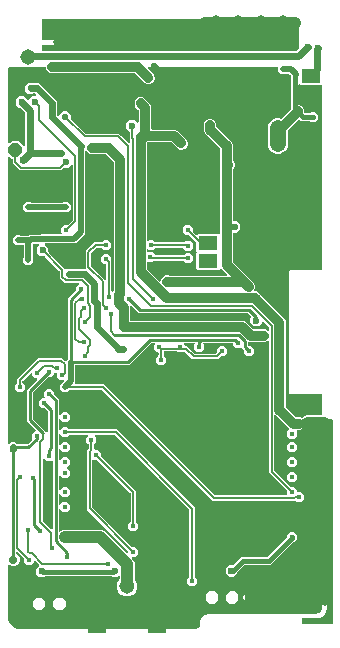
<source format=gbr>
G04 EAGLE Gerber RS-274X export*
G75*
%MOMM*%
%FSLAX34Y34*%
%LPD*%
%INBottom Copper*%
%IPPOS*%
%AMOC8*
5,1,8,0,0,1.08239X$1,22.5*%
G01*
%ADD10P,1.209679X8X112.500000*%
%ADD11R,1.600200X1.168400*%
%ADD12R,1.524000X4.064000*%
%ADD13C,0.900000*%
%ADD14C,1.320800*%
%ADD15R,0.450000X0.450000*%
%ADD16C,0.450000*%
%ADD17C,0.609600*%
%ADD18C,0.508000*%
%ADD19C,0.406400*%
%ADD20C,0.550000*%
%ADD21C,0.500000*%
%ADD22C,1.304800*%
%ADD23C,0.152400*%
%ADD24C,0.812800*%
%ADD25C,0.254000*%
%ADD26C,0.600000*%
%ADD27C,0.700000*%
%ADD28C,0.203200*%
%ADD29C,1.016000*%
%ADD30C,0.200000*%

G36*
X160527Y5028D02*
X160527Y5028D01*
X160560Y5030D01*
X160578Y5037D01*
X160610Y5042D01*
X162477Y5576D01*
X162581Y5625D01*
X162686Y5672D01*
X162693Y5678D01*
X162699Y5681D01*
X162716Y5697D01*
X162815Y5779D01*
X164165Y7175D01*
X164202Y7229D01*
X164247Y7276D01*
X164286Y7350D01*
X164305Y7377D01*
X164310Y7396D01*
X164326Y7425D01*
X164602Y8124D01*
X164614Y8182D01*
X164636Y8237D01*
X164647Y8333D01*
X164654Y8365D01*
X164652Y8380D01*
X164655Y8404D01*
X164655Y11771D01*
X166901Y15662D01*
X170791Y17908D01*
X263334Y17908D01*
X263358Y17913D01*
X263382Y17916D01*
X263421Y17918D01*
X263449Y17925D01*
X263478Y17928D01*
X264548Y18181D01*
X264567Y18189D01*
X264596Y18196D01*
X264598Y18196D01*
X264599Y18196D01*
X264634Y18212D01*
X264672Y18222D01*
X264745Y18263D01*
X264775Y18275D01*
X264790Y18288D01*
X264819Y18304D01*
X266687Y19651D01*
X266743Y19708D01*
X266759Y19720D01*
X266777Y19740D01*
X266800Y19754D01*
X266822Y19785D01*
X266850Y19812D01*
X266856Y19821D01*
X266860Y19826D01*
X266870Y19845D01*
X266936Y19957D01*
X267711Y21682D01*
X267719Y21712D01*
X267734Y21739D01*
X267742Y21782D01*
X267909Y22153D01*
X267909Y22154D01*
X267910Y22156D01*
X267942Y22297D01*
X267967Y23144D01*
X267966Y23149D01*
X267967Y23156D01*
X267967Y23690D01*
X267963Y23707D01*
X267965Y23729D01*
X267892Y24452D01*
X267907Y24483D01*
X267940Y24530D01*
X267946Y24564D01*
X267958Y24587D01*
X267958Y24622D01*
X267967Y24672D01*
X267967Y181991D01*
X267956Y182041D01*
X267954Y182092D01*
X267936Y182124D01*
X267928Y182160D01*
X267895Y182199D01*
X267871Y182244D01*
X267841Y182265D01*
X267818Y182293D01*
X267771Y182314D01*
X267729Y182344D01*
X267687Y182352D01*
X267659Y182364D01*
X267629Y182363D01*
X267587Y182371D01*
X250825Y182371D01*
X250775Y182360D01*
X250724Y182358D01*
X250692Y182340D01*
X250656Y182332D01*
X250617Y182299D01*
X250572Y182275D01*
X250551Y182245D01*
X250523Y182222D01*
X250502Y182175D01*
X250472Y182133D01*
X250464Y182091D01*
X250452Y182063D01*
X250453Y182033D01*
X250445Y181991D01*
X250445Y173757D01*
X249473Y173354D01*
X246864Y173354D01*
X246793Y173343D01*
X246722Y173341D01*
X246673Y173323D01*
X246621Y173315D01*
X246558Y173281D01*
X246491Y173256D01*
X246450Y173224D01*
X246404Y173199D01*
X246355Y173148D01*
X246298Y173103D01*
X246270Y173059D01*
X246234Y173021D01*
X246204Y172956D01*
X246166Y172896D01*
X246153Y172845D01*
X246131Y172798D01*
X246123Y172727D01*
X246105Y172657D01*
X246110Y172605D01*
X246104Y172554D01*
X246119Y172483D01*
X246125Y172412D01*
X246145Y172364D01*
X246156Y172313D01*
X246193Y172252D01*
X246221Y172186D01*
X246266Y172130D01*
X246282Y172102D01*
X246300Y172087D01*
X246326Y172055D01*
X246440Y171941D01*
X246440Y168419D01*
X243950Y165929D01*
X240428Y165929D01*
X237938Y168419D01*
X237938Y171941D01*
X239826Y173828D01*
X239837Y173844D01*
X239853Y173857D01*
X239909Y173944D01*
X239969Y174028D01*
X239975Y174047D01*
X239986Y174064D01*
X240011Y174164D01*
X240042Y174263D01*
X240041Y174283D01*
X240046Y174302D01*
X240038Y174405D01*
X240035Y174509D01*
X240028Y174528D01*
X240027Y174547D01*
X239987Y174642D01*
X239951Y174740D01*
X239938Y174756D01*
X239931Y174774D01*
X239826Y174905D01*
X238956Y175774D01*
X228586Y186144D01*
X228528Y186186D01*
X228476Y186236D01*
X228429Y186258D01*
X228386Y186288D01*
X228318Y186309D01*
X228253Y186339D01*
X228201Y186345D01*
X228151Y186360D01*
X228080Y186359D01*
X228008Y186366D01*
X227957Y186355D01*
X227905Y186354D01*
X227838Y186329D01*
X227768Y186314D01*
X227723Y186287D01*
X227674Y186270D01*
X227618Y186225D01*
X227557Y186188D01*
X227523Y186148D01*
X227482Y186116D01*
X227444Y186056D01*
X227397Y186001D01*
X227377Y185953D01*
X227349Y185909D01*
X227332Y185839D01*
X227305Y185773D01*
X227297Y185702D01*
X227289Y185670D01*
X227291Y185647D01*
X227287Y185606D01*
X227287Y139333D01*
X227301Y139243D01*
X227308Y139152D01*
X227321Y139122D01*
X227326Y139090D01*
X227369Y139010D01*
X227405Y138926D01*
X227430Y138894D01*
X227441Y138873D01*
X227465Y138851D01*
X227510Y138795D01*
X240927Y125378D01*
X241001Y125325D01*
X241070Y125265D01*
X241100Y125253D01*
X241126Y125234D01*
X241213Y125207D01*
X241298Y125173D01*
X241339Y125169D01*
X241361Y125162D01*
X241394Y125163D01*
X241465Y125155D01*
X243950Y125155D01*
X246440Y122665D01*
X246440Y121636D01*
X246443Y121617D01*
X246441Y121597D01*
X246463Y121496D01*
X246479Y121394D01*
X246489Y121376D01*
X246493Y121357D01*
X246546Y121268D01*
X246595Y121176D01*
X246609Y121163D01*
X246619Y121145D01*
X246698Y121078D01*
X246773Y121007D01*
X246791Y120999D01*
X246806Y120986D01*
X246902Y120947D01*
X246996Y120903D01*
X247016Y120901D01*
X247034Y120894D01*
X247201Y120875D01*
X249626Y120875D01*
X252116Y118385D01*
X252116Y114864D01*
X249626Y112374D01*
X246105Y112374D01*
X245350Y113128D01*
X245276Y113181D01*
X245207Y113241D01*
X245177Y113253D01*
X245150Y113272D01*
X245064Y113299D01*
X244979Y113333D01*
X244938Y113337D01*
X244915Y113344D01*
X244883Y113343D01*
X244812Y113351D01*
X175515Y113351D01*
X81826Y207040D01*
X81752Y207093D01*
X81682Y207153D01*
X81652Y207165D01*
X81626Y207184D01*
X81539Y207211D01*
X81454Y207245D01*
X81413Y207249D01*
X81391Y207256D01*
X81359Y207255D01*
X81287Y207263D01*
X53951Y207263D01*
X53861Y207249D01*
X53770Y207241D01*
X53740Y207229D01*
X53708Y207224D01*
X53628Y207181D01*
X53544Y207145D01*
X53512Y207119D01*
X53491Y207108D01*
X53469Y207085D01*
X53413Y207040D01*
X51672Y205299D01*
X48150Y205299D01*
X45660Y207789D01*
X45660Y211311D01*
X48150Y213801D01*
X48457Y213801D01*
X48547Y213815D01*
X48638Y213823D01*
X48668Y213835D01*
X48700Y213840D01*
X48780Y213883D01*
X48864Y213919D01*
X48897Y213945D01*
X48917Y213956D01*
X48939Y213979D01*
X48995Y214024D01*
X49064Y214092D01*
X49105Y214150D01*
X49155Y214202D01*
X49177Y214249D01*
X49207Y214291D01*
X49228Y214360D01*
X49259Y214425D01*
X49264Y214477D01*
X49280Y214527D01*
X49278Y214598D01*
X49286Y214670D01*
X49275Y214720D01*
X49273Y214772D01*
X49249Y214840D01*
X49233Y214910D01*
X49207Y214955D01*
X49189Y215003D01*
X49144Y215059D01*
X49107Y215121D01*
X49068Y215155D01*
X49035Y215195D01*
X48975Y215234D01*
X48920Y215281D01*
X48872Y215300D01*
X48828Y215329D01*
X48759Y215346D01*
X48692Y215373D01*
X48621Y215381D01*
X48590Y215389D01*
X48566Y215387D01*
X48525Y215391D01*
X45923Y215391D01*
X43433Y217881D01*
X43433Y220785D01*
X43430Y220805D01*
X43432Y220824D01*
X43410Y220926D01*
X43394Y221028D01*
X43384Y221045D01*
X43380Y221065D01*
X43327Y221154D01*
X43278Y221245D01*
X43264Y221259D01*
X43254Y221276D01*
X43175Y221343D01*
X43100Y221414D01*
X43082Y221423D01*
X43067Y221436D01*
X42971Y221475D01*
X42877Y221518D01*
X42857Y221520D01*
X42839Y221528D01*
X42672Y221546D01*
X41842Y221546D01*
X41822Y221543D01*
X41803Y221545D01*
X41701Y221523D01*
X41599Y221506D01*
X41582Y221497D01*
X41562Y221493D01*
X41473Y221440D01*
X41382Y221391D01*
X41368Y221377D01*
X41351Y221367D01*
X41284Y221288D01*
X41212Y221213D01*
X41204Y221195D01*
X41191Y221180D01*
X41152Y221084D01*
X41109Y220990D01*
X41107Y220970D01*
X41099Y220952D01*
X41081Y220785D01*
X41081Y220699D01*
X38591Y218209D01*
X36238Y218209D01*
X36148Y218194D01*
X36057Y218187D01*
X36027Y218174D01*
X35995Y218169D01*
X35914Y218126D01*
X35830Y218091D01*
X35798Y218065D01*
X35778Y218054D01*
X35755Y218031D01*
X35699Y217986D01*
X23211Y205497D01*
X23158Y205423D01*
X23098Y205354D01*
X23086Y205324D01*
X23067Y205297D01*
X23040Y205210D01*
X23006Y205126D01*
X23002Y205085D01*
X22995Y205062D01*
X22996Y205030D01*
X22988Y204959D01*
X22988Y183427D01*
X23002Y183337D01*
X23010Y183246D01*
X23022Y183216D01*
X23027Y183184D01*
X23070Y183103D01*
X23106Y183019D01*
X23132Y182987D01*
X23143Y182967D01*
X23166Y182944D01*
X23211Y182888D01*
X34319Y171780D01*
X34377Y171739D01*
X34429Y171689D01*
X34476Y171667D01*
X34518Y171637D01*
X34587Y171616D01*
X34652Y171586D01*
X34704Y171580D01*
X34754Y171564D01*
X34825Y171566D01*
X34896Y171558D01*
X34947Y171570D01*
X34999Y171571D01*
X35067Y171595D01*
X35137Y171611D01*
X35182Y171637D01*
X35230Y171655D01*
X35286Y171700D01*
X35348Y171737D01*
X35382Y171776D01*
X35422Y171809D01*
X35461Y171869D01*
X35508Y171924D01*
X35527Y171972D01*
X35555Y172016D01*
X35573Y172085D01*
X35600Y172152D01*
X35608Y172223D01*
X35616Y172254D01*
X35614Y172278D01*
X35618Y172319D01*
X35618Y188498D01*
X35617Y188508D01*
X35617Y188514D01*
X35611Y188542D01*
X35604Y188588D01*
X35596Y188679D01*
X35584Y188709D01*
X35579Y188741D01*
X35536Y188821D01*
X35500Y188905D01*
X35474Y188937D01*
X35463Y188958D01*
X35440Y188980D01*
X35395Y189036D01*
X32885Y191547D01*
X32811Y191600D01*
X32741Y191659D01*
X32711Y191672D01*
X32685Y191690D01*
X32598Y191717D01*
X32513Y191751D01*
X32472Y191756D01*
X32450Y191763D01*
X32418Y191762D01*
X32346Y191770D01*
X30302Y191770D01*
X27812Y194260D01*
X27812Y197781D01*
X30302Y200271D01*
X32470Y200271D01*
X32540Y200283D01*
X32612Y200285D01*
X32661Y200303D01*
X32712Y200311D01*
X32776Y200344D01*
X32843Y200369D01*
X32884Y200402D01*
X32930Y200426D01*
X32979Y200478D01*
X33035Y200523D01*
X33063Y200567D01*
X33099Y200604D01*
X33129Y200669D01*
X33168Y200730D01*
X33181Y200780D01*
X33203Y200827D01*
X33211Y200899D01*
X33228Y200968D01*
X33224Y201020D01*
X33230Y201072D01*
X33214Y201142D01*
X33209Y201214D01*
X33189Y201261D01*
X33177Y201312D01*
X33141Y201374D01*
X33113Y201440D01*
X33068Y201496D01*
X33051Y201523D01*
X33034Y201539D01*
X33008Y201571D01*
X32631Y201948D01*
X32631Y205469D01*
X35121Y207959D01*
X38642Y207959D01*
X41132Y205469D01*
X41132Y203366D01*
X41147Y203276D01*
X41154Y203185D01*
X41167Y203155D01*
X41172Y203123D01*
X41215Y203043D01*
X41250Y202959D01*
X41276Y202927D01*
X41287Y202906D01*
X41310Y202884D01*
X41355Y202828D01*
X44646Y199537D01*
X44646Y186734D01*
X44657Y186663D01*
X44659Y186592D01*
X44677Y186543D01*
X44685Y186491D01*
X44719Y186428D01*
X44744Y186361D01*
X44776Y186320D01*
X44801Y186274D01*
X44853Y186225D01*
X44897Y186169D01*
X44941Y186140D01*
X44979Y186104D01*
X45044Y186074D01*
X45104Y186036D01*
X45155Y186023D01*
X45202Y186001D01*
X45273Y185993D01*
X45343Y185975D01*
X45395Y185980D01*
X45446Y185974D01*
X45517Y185989D01*
X45588Y185995D01*
X45636Y186015D01*
X45687Y186026D01*
X45748Y186063D01*
X45814Y186091D01*
X45870Y186136D01*
X45898Y186152D01*
X45913Y186170D01*
X45945Y186196D01*
X48150Y188401D01*
X51672Y188401D01*
X54162Y185911D01*
X54162Y182389D01*
X51672Y179899D01*
X48150Y179899D01*
X45945Y182104D01*
X45887Y182146D01*
X45835Y182196D01*
X45788Y182217D01*
X45746Y182248D01*
X45677Y182269D01*
X45612Y182299D01*
X45560Y182305D01*
X45510Y182320D01*
X45439Y182318D01*
X45368Y182326D01*
X45317Y182315D01*
X45265Y182314D01*
X45197Y182289D01*
X45127Y182274D01*
X45082Y182247D01*
X45034Y182229D01*
X44978Y182185D01*
X44916Y182148D01*
X44882Y182108D01*
X44842Y182076D01*
X44803Y182015D01*
X44756Y181961D01*
X44737Y181913D01*
X44709Y181869D01*
X44691Y181799D01*
X44664Y181733D01*
X44656Y181661D01*
X44648Y181630D01*
X44650Y181607D01*
X44646Y181566D01*
X44646Y174034D01*
X44657Y173963D01*
X44659Y173892D01*
X44677Y173843D01*
X44685Y173791D01*
X44719Y173728D01*
X44744Y173661D01*
X44776Y173620D01*
X44801Y173574D01*
X44853Y173525D01*
X44897Y173469D01*
X44941Y173440D01*
X44979Y173404D01*
X45044Y173374D01*
X45104Y173336D01*
X45155Y173323D01*
X45202Y173301D01*
X45273Y173293D01*
X45343Y173275D01*
X45395Y173280D01*
X45446Y173274D01*
X45517Y173289D01*
X45588Y173295D01*
X45636Y173315D01*
X45687Y173326D01*
X45748Y173363D01*
X45814Y173391D01*
X45870Y173436D01*
X45898Y173452D01*
X45913Y173470D01*
X45945Y173496D01*
X48150Y175701D01*
X51672Y175701D01*
X53429Y173944D01*
X53503Y173891D01*
X53572Y173831D01*
X53602Y173819D01*
X53629Y173800D01*
X53715Y173773D01*
X53800Y173739D01*
X53841Y173735D01*
X53864Y173728D01*
X53896Y173729D01*
X53967Y173721D01*
X94032Y173721D01*
X160005Y107748D01*
X160005Y49336D01*
X160019Y49246D01*
X160027Y49155D01*
X160039Y49125D01*
X160044Y49093D01*
X160087Y49013D01*
X160123Y48929D01*
X160149Y48897D01*
X160160Y48876D01*
X160183Y48854D01*
X160228Y48798D01*
X161985Y47041D01*
X161985Y43519D01*
X159495Y41029D01*
X155973Y41029D01*
X153483Y43519D01*
X153483Y47041D01*
X155240Y48798D01*
X155293Y48872D01*
X155353Y48941D01*
X155365Y48971D01*
X155384Y48998D01*
X155411Y49084D01*
X155445Y49169D01*
X155449Y49210D01*
X155456Y49233D01*
X155455Y49265D01*
X155463Y49336D01*
X155463Y105551D01*
X155449Y105641D01*
X155441Y105732D01*
X155429Y105762D01*
X155424Y105794D01*
X155381Y105875D01*
X155345Y105958D01*
X155319Y105991D01*
X155308Y106011D01*
X155285Y106033D01*
X155240Y106089D01*
X92373Y168956D01*
X92299Y169009D01*
X92230Y169069D01*
X92200Y169081D01*
X92174Y169100D01*
X92087Y169127D01*
X92002Y169161D01*
X91961Y169165D01*
X91939Y169172D01*
X91906Y169171D01*
X91835Y169179D01*
X76269Y169179D01*
X76198Y169168D01*
X76127Y169166D01*
X76078Y169148D01*
X76026Y169140D01*
X75963Y169106D01*
X75896Y169081D01*
X75855Y169049D01*
X75809Y169024D01*
X75760Y168972D01*
X75704Y168928D01*
X75675Y168884D01*
X75639Y168846D01*
X75609Y168781D01*
X75571Y168721D01*
X75558Y168670D01*
X75536Y168623D01*
X75528Y168552D01*
X75510Y168482D01*
X75515Y168430D01*
X75509Y168379D01*
X75524Y168308D01*
X75530Y168237D01*
X75550Y168189D01*
X75561Y168138D01*
X75598Y168077D01*
X75626Y168011D01*
X75671Y167955D01*
X75687Y167927D01*
X75705Y167912D01*
X75731Y167880D01*
X76750Y166861D01*
X76750Y163339D01*
X74993Y161582D01*
X74947Y161519D01*
X74927Y161497D01*
X74923Y161488D01*
X74880Y161439D01*
X74868Y161409D01*
X74849Y161382D01*
X74822Y161296D01*
X74788Y161211D01*
X74784Y161170D01*
X74777Y161147D01*
X74778Y161115D01*
X74770Y161044D01*
X74770Y157412D01*
X74773Y157392D01*
X74771Y157373D01*
X74793Y157271D01*
X74809Y157169D01*
X74819Y157152D01*
X74823Y157132D01*
X74876Y157043D01*
X74925Y156952D01*
X74939Y156938D01*
X74949Y156921D01*
X75028Y156854D01*
X75103Y156782D01*
X75121Y156774D01*
X75136Y156761D01*
X75232Y156722D01*
X75326Y156679D01*
X75346Y156677D01*
X75364Y156669D01*
X75531Y156651D01*
X77961Y156651D01*
X80451Y154161D01*
X80451Y151676D01*
X80465Y151586D01*
X80473Y151495D01*
X80485Y151465D01*
X80490Y151433D01*
X80533Y151352D01*
X80569Y151269D01*
X80595Y151236D01*
X80606Y151216D01*
X80629Y151194D01*
X80674Y151138D01*
X110221Y121591D01*
X110221Y95936D01*
X110235Y95846D01*
X110243Y95755D01*
X110255Y95725D01*
X110260Y95693D01*
X110303Y95613D01*
X110339Y95529D01*
X110365Y95497D01*
X110376Y95476D01*
X110399Y95454D01*
X110444Y95398D01*
X112201Y93641D01*
X112201Y90119D01*
X109711Y87629D01*
X106189Y87629D01*
X103699Y90119D01*
X103699Y93641D01*
X105456Y95398D01*
X105509Y95472D01*
X105569Y95541D01*
X105581Y95571D01*
X105600Y95598D01*
X105627Y95684D01*
X105661Y95769D01*
X105665Y95810D01*
X105672Y95833D01*
X105671Y95865D01*
X105679Y95936D01*
X105679Y119394D01*
X105665Y119484D01*
X105657Y119575D01*
X105645Y119605D01*
X105640Y119637D01*
X105597Y119718D01*
X105561Y119801D01*
X105535Y119834D01*
X105524Y119854D01*
X105501Y119876D01*
X105456Y119932D01*
X77462Y147926D01*
X77388Y147979D01*
X77319Y148039D01*
X77289Y148051D01*
X77263Y148070D01*
X77176Y148097D01*
X77091Y148131D01*
X77050Y148135D01*
X77028Y148142D01*
X76995Y148141D01*
X76924Y148149D01*
X74421Y148149D01*
X74410Y148160D01*
X74363Y148181D01*
X74321Y148212D01*
X74252Y148233D01*
X74187Y148263D01*
X74135Y148269D01*
X74086Y148284D01*
X74014Y148282D01*
X73943Y148290D01*
X73892Y148279D01*
X73840Y148278D01*
X73772Y148253D01*
X73702Y148238D01*
X73657Y148211D01*
X73609Y148193D01*
X73553Y148149D01*
X73491Y148112D01*
X73457Y148072D01*
X73417Y148040D01*
X73378Y147979D01*
X73331Y147925D01*
X73312Y147877D01*
X73284Y147833D01*
X73266Y147763D01*
X73239Y147697D01*
X73231Y147626D01*
X73223Y147594D01*
X73225Y147571D01*
X73221Y147530D01*
X73221Y108106D01*
X73235Y108016D01*
X73243Y107925D01*
X73255Y107895D01*
X73260Y107863D01*
X73303Y107782D01*
X73339Y107699D01*
X73365Y107666D01*
X73376Y107646D01*
X73399Y107624D01*
X73444Y107568D01*
X106688Y74324D01*
X106762Y74271D01*
X106831Y74211D01*
X106861Y74199D01*
X106887Y74180D01*
X106974Y74153D01*
X107059Y74119D01*
X107100Y74115D01*
X107122Y74108D01*
X107155Y74109D01*
X107226Y74101D01*
X109711Y74101D01*
X112201Y71611D01*
X112201Y68089D01*
X109711Y65599D01*
X107780Y65599D01*
X107709Y65588D01*
X107637Y65586D01*
X107588Y65568D01*
X107537Y65560D01*
X107474Y65526D01*
X107406Y65501D01*
X107366Y65469D01*
X107320Y65444D01*
X107270Y65392D01*
X107214Y65348D01*
X107186Y65304D01*
X107150Y65266D01*
X107120Y65201D01*
X107081Y65141D01*
X107069Y65090D01*
X107047Y65043D01*
X107039Y64972D01*
X107021Y64902D01*
X107025Y64850D01*
X107020Y64799D01*
X107035Y64728D01*
X107040Y64657D01*
X107061Y64609D01*
X107072Y64558D01*
X107109Y64497D01*
X107137Y64431D01*
X107182Y64375D01*
X107198Y64347D01*
X107216Y64332D01*
X107242Y64300D01*
X108000Y63541D01*
X108967Y61207D01*
X108967Y46914D01*
X108981Y46824D01*
X108989Y46733D01*
X109001Y46704D01*
X109006Y46672D01*
X109049Y46591D01*
X109085Y46507D01*
X109111Y46475D01*
X109122Y46454D01*
X109145Y46432D01*
X109190Y46376D01*
X109843Y45723D01*
X111141Y42590D01*
X111141Y39198D01*
X109843Y36065D01*
X107445Y33667D01*
X104312Y32369D01*
X100920Y32369D01*
X97787Y33667D01*
X95389Y36065D01*
X94091Y39198D01*
X94091Y42590D01*
X95389Y45723D01*
X96042Y46376D01*
X96089Y46441D01*
X96101Y46454D01*
X96103Y46459D01*
X96155Y46520D01*
X96167Y46550D01*
X96186Y46576D01*
X96213Y46663D01*
X96247Y46748D01*
X96251Y46789D01*
X96258Y46811D01*
X96257Y46843D01*
X96265Y46914D01*
X96265Y49255D01*
X96254Y49326D01*
X96252Y49398D01*
X96234Y49447D01*
X96226Y49498D01*
X96192Y49561D01*
X96167Y49629D01*
X96135Y49669D01*
X96110Y49715D01*
X96058Y49765D01*
X96014Y49821D01*
X95970Y49849D01*
X95932Y49885D01*
X95867Y49915D01*
X95807Y49954D01*
X95756Y49967D01*
X95709Y49988D01*
X95638Y49996D01*
X95568Y50014D01*
X95516Y50010D01*
X95465Y50016D01*
X95394Y50000D01*
X95323Y49995D01*
X95275Y49974D01*
X95224Y49963D01*
X95163Y49927D01*
X95097Y49898D01*
X95041Y49854D01*
X95013Y49837D01*
X94998Y49819D01*
X94966Y49794D01*
X94146Y48974D01*
X90004Y48974D01*
X89799Y49179D01*
X89725Y49232D01*
X89655Y49292D01*
X89625Y49304D01*
X89599Y49323D01*
X89512Y49350D01*
X89427Y49384D01*
X89386Y49388D01*
X89364Y49395D01*
X89332Y49394D01*
X89260Y49402D01*
X33469Y49402D01*
X33379Y49388D01*
X33288Y49380D01*
X33258Y49368D01*
X33226Y49363D01*
X33145Y49320D01*
X33061Y49284D01*
X33029Y49258D01*
X33009Y49247D01*
X32986Y49224D01*
X32930Y49179D01*
X32471Y48720D01*
X28329Y48720D01*
X25399Y51650D01*
X25399Y55792D01*
X27947Y58340D01*
X27958Y58356D01*
X27974Y58369D01*
X28030Y58456D01*
X28090Y58540D01*
X28096Y58559D01*
X28107Y58575D01*
X28132Y58676D01*
X28163Y58775D01*
X28162Y58795D01*
X28167Y58814D01*
X28159Y58917D01*
X28156Y59021D01*
X28149Y59039D01*
X28148Y59059D01*
X28108Y59154D01*
X28072Y59252D01*
X28059Y59267D01*
X28052Y59286D01*
X27947Y59417D01*
X25200Y62163D01*
X25142Y62205D01*
X25090Y62254D01*
X25043Y62276D01*
X25001Y62307D01*
X24932Y62328D01*
X24867Y62358D01*
X24815Y62364D01*
X24765Y62379D01*
X24694Y62377D01*
X24623Y62385D01*
X24572Y62374D01*
X24520Y62373D01*
X24452Y62348D01*
X24382Y62333D01*
X24338Y62306D01*
X24289Y62288D01*
X24233Y62243D01*
X24171Y62207D01*
X24137Y62167D01*
X24097Y62134D01*
X24058Y62074D01*
X24011Y62020D01*
X23992Y61971D01*
X23964Y61928D01*
X23946Y61858D01*
X23919Y61792D01*
X23915Y61754D01*
X21411Y59249D01*
X17889Y59249D01*
X15399Y61739D01*
X15399Y64224D01*
X15385Y64314D01*
X15377Y64405D01*
X15365Y64435D01*
X15360Y64467D01*
X15317Y64548D01*
X15281Y64631D01*
X15255Y64664D01*
X15244Y64684D01*
X15221Y64706D01*
X15176Y64762D01*
X10190Y69748D01*
X10132Y69790D01*
X10080Y69840D01*
X10033Y69862D01*
X9991Y69892D01*
X9922Y69913D01*
X9857Y69943D01*
X9805Y69949D01*
X9755Y69964D01*
X9684Y69962D01*
X9613Y69970D01*
X9562Y69959D01*
X9510Y69958D01*
X9442Y69933D01*
X9372Y69918D01*
X9327Y69891D01*
X9279Y69874D01*
X9223Y69829D01*
X9161Y69792D01*
X9127Y69752D01*
X9087Y69720D01*
X9048Y69660D01*
X9001Y69605D01*
X8982Y69557D01*
X8954Y69513D01*
X8936Y69443D01*
X8909Y69377D01*
X8901Y69306D01*
X8893Y69274D01*
X8895Y69251D01*
X8891Y69210D01*
X8891Y68910D01*
X8909Y68796D01*
X8927Y68679D01*
X8929Y68674D01*
X8930Y68667D01*
X8985Y68565D01*
X9038Y68460D01*
X9043Y68456D01*
X9046Y68450D01*
X9130Y68370D01*
X9214Y68288D01*
X9220Y68284D01*
X9224Y68281D01*
X9241Y68273D01*
X9361Y68207D01*
X9466Y68163D01*
X11013Y66616D01*
X11851Y64594D01*
X11851Y62406D01*
X11013Y60384D01*
X9466Y58837D01*
X7444Y57999D01*
X5256Y57999D01*
X3144Y58874D01*
X3134Y58881D01*
X3103Y58891D01*
X3094Y58895D01*
X3082Y58898D01*
X3065Y58903D01*
X2999Y58933D01*
X2948Y58939D01*
X2899Y58954D01*
X2826Y58952D01*
X2755Y58960D01*
X2704Y58950D01*
X2653Y58948D01*
X2585Y58924D01*
X2514Y58908D01*
X2470Y58882D01*
X2422Y58864D01*
X2365Y58819D01*
X2303Y58782D01*
X2270Y58743D01*
X2229Y58711D01*
X2190Y58650D01*
X2143Y58595D01*
X2124Y58547D01*
X2096Y58504D01*
X2078Y58434D01*
X2051Y58367D01*
X2043Y58297D01*
X2036Y58266D01*
X2037Y58242D01*
X2033Y58200D01*
X2033Y12980D01*
X2034Y12973D01*
X2033Y12966D01*
X2055Y12799D01*
X2419Y11309D01*
X2431Y11283D01*
X2435Y11255D01*
X2504Y11102D01*
X4180Y8271D01*
X4222Y8221D01*
X4256Y8165D01*
X4317Y8108D01*
X4338Y8082D01*
X4354Y8072D01*
X4378Y8050D01*
X7010Y6076D01*
X7068Y6046D01*
X7121Y6007D01*
X7199Y5978D01*
X7228Y5962D01*
X7247Y5959D01*
X7278Y5948D01*
X10465Y5131D01*
X10493Y5129D01*
X10519Y5119D01*
X10687Y5108D01*
X11512Y5144D01*
X11585Y5160D01*
X11660Y5165D01*
X11705Y5185D01*
X11752Y5195D01*
X11775Y5208D01*
X12501Y5208D01*
X12534Y5213D01*
X12609Y5215D01*
X13260Y5308D01*
X13316Y5286D01*
X13393Y5246D01*
X13430Y5240D01*
X13465Y5226D01*
X13631Y5208D01*
X157976Y5208D01*
X158095Y5227D01*
X158215Y5246D01*
X158217Y5247D01*
X158219Y5247D01*
X158225Y5251D01*
X158368Y5316D01*
X158426Y5351D01*
X158909Y5230D01*
X158919Y5230D01*
X158927Y5226D01*
X159094Y5208D01*
X159603Y5208D01*
X159664Y5175D01*
X159725Y5131D01*
X159771Y5117D01*
X159813Y5094D01*
X159938Y5065D01*
X159960Y5059D01*
X159967Y5059D01*
X159977Y5056D01*
X160314Y5018D01*
X160379Y5021D01*
X160445Y5014D01*
X160527Y5028D01*
G37*
G36*
X250869Y183548D02*
X250869Y183548D01*
X250985Y183557D01*
X250991Y183559D01*
X250997Y183560D01*
X251104Y183607D01*
X251212Y183653D01*
X251217Y183658D01*
X251222Y183660D01*
X251236Y183672D01*
X251343Y183758D01*
X252419Y184835D01*
X254754Y185802D01*
X266765Y185802D01*
X266830Y185812D01*
X266896Y185813D01*
X266976Y185836D01*
X267008Y185841D01*
X267025Y185851D01*
X267057Y185860D01*
X267497Y186042D01*
X267597Y186104D01*
X267697Y186164D01*
X267701Y186169D01*
X267706Y186172D01*
X267781Y186261D01*
X267857Y186351D01*
X267859Y186357D01*
X267863Y186361D01*
X267905Y186470D01*
X267949Y186579D01*
X267950Y186586D01*
X267951Y186591D01*
X267952Y186610D01*
X267967Y186746D01*
X267967Y202946D01*
X267965Y202962D01*
X267966Y202977D01*
X267966Y202980D01*
X267966Y202985D01*
X267944Y203087D01*
X267928Y203189D01*
X267918Y203206D01*
X267914Y203226D01*
X267861Y203315D01*
X267812Y203406D01*
X267798Y203420D01*
X267788Y203437D01*
X267709Y203504D01*
X267634Y203576D01*
X267616Y203584D01*
X267601Y203597D01*
X267505Y203636D01*
X267411Y203679D01*
X267391Y203681D01*
X267373Y203689D01*
X267206Y203707D01*
X240603Y203707D01*
X240156Y204154D01*
X240156Y308291D01*
X240603Y308738D01*
X267206Y308738D01*
X267226Y308741D01*
X267245Y308739D01*
X267347Y308761D01*
X267449Y308777D01*
X267466Y308787D01*
X267486Y308791D01*
X267575Y308844D01*
X267666Y308893D01*
X267680Y308907D01*
X267697Y308917D01*
X267764Y308996D01*
X267836Y309071D01*
X267844Y309089D01*
X267857Y309104D01*
X267896Y309200D01*
X267939Y309294D01*
X267941Y309314D01*
X267949Y309332D01*
X267967Y309499D01*
X267967Y464725D01*
X267964Y464745D01*
X267966Y464764D01*
X267944Y464866D01*
X267928Y464968D01*
X267918Y464985D01*
X267914Y465005D01*
X267861Y465094D01*
X267812Y465185D01*
X267798Y465199D01*
X267788Y465216D01*
X267709Y465283D01*
X267634Y465355D01*
X267616Y465363D01*
X267601Y465376D01*
X267505Y465415D01*
X267411Y465458D01*
X267391Y465460D01*
X267373Y465468D01*
X267206Y465486D01*
X249615Y465486D01*
X249077Y466024D01*
X249019Y466066D01*
X248967Y466116D01*
X248920Y466137D01*
X248878Y466168D01*
X248809Y466189D01*
X248744Y466219D01*
X248692Y466225D01*
X248642Y466240D01*
X248571Y466238D01*
X248500Y466246D01*
X248449Y466235D01*
X248397Y466234D01*
X248329Y466209D01*
X248259Y466194D01*
X248214Y466167D01*
X248166Y466149D01*
X248110Y466105D01*
X248048Y466068D01*
X248014Y466028D01*
X247974Y465996D01*
X247935Y465935D01*
X247888Y465881D01*
X247869Y465833D01*
X247841Y465789D01*
X247823Y465719D01*
X247796Y465653D01*
X247788Y465581D01*
X247780Y465550D01*
X247782Y465527D01*
X247778Y465486D01*
X247778Y449072D01*
X247781Y449052D01*
X247779Y449033D01*
X247801Y448931D01*
X247817Y448829D01*
X247827Y448812D01*
X247831Y448792D01*
X247884Y448703D01*
X247933Y448612D01*
X247947Y448598D01*
X247957Y448581D01*
X248036Y448514D01*
X248111Y448442D01*
X248129Y448434D01*
X248144Y448421D01*
X248240Y448382D01*
X248334Y448339D01*
X248354Y448337D01*
X248372Y448329D01*
X248427Y448323D01*
X250418Y447499D01*
X251919Y445998D01*
X252731Y444037D01*
X252731Y442214D01*
X252734Y442194D01*
X252732Y442175D01*
X252754Y442073D01*
X252770Y441971D01*
X252780Y441954D01*
X252784Y441934D01*
X252837Y441845D01*
X252886Y441754D01*
X252900Y441740D01*
X252910Y441723D01*
X252989Y441656D01*
X253064Y441584D01*
X253082Y441576D01*
X253097Y441563D01*
X253193Y441524D01*
X253287Y441481D01*
X253307Y441479D01*
X253325Y441471D01*
X253492Y441453D01*
X257326Y441453D01*
X257416Y441467D01*
X257507Y441475D01*
X257537Y441487D01*
X257569Y441492D01*
X257649Y441535D01*
X257733Y441571D01*
X257765Y441597D01*
X257786Y441608D01*
X257808Y441631D01*
X257864Y441676D01*
X258589Y442401D01*
X262111Y442401D01*
X264601Y439911D01*
X264601Y436389D01*
X262111Y433899D01*
X258589Y433899D01*
X257864Y434624D01*
X257790Y434677D01*
X257721Y434737D01*
X257691Y434749D01*
X257664Y434768D01*
X257578Y434795D01*
X257493Y434829D01*
X257452Y434833D01*
X257429Y434840D01*
X257397Y434839D01*
X257326Y434847D01*
X250092Y434847D01*
X248990Y435949D01*
X248974Y435961D01*
X248962Y435976D01*
X248874Y436032D01*
X248790Y436093D01*
X248771Y436098D01*
X248755Y436109D01*
X248654Y436135D01*
X248555Y436165D01*
X248535Y436164D01*
X248516Y436169D01*
X248413Y436161D01*
X248309Y436159D01*
X248291Y436152D01*
X248271Y436150D01*
X248176Y436110D01*
X248078Y436074D01*
X248063Y436062D01*
X248045Y436054D01*
X247914Y435949D01*
X239206Y427241D01*
X239157Y427174D01*
X239157Y427173D01*
X239153Y427167D01*
X239093Y427098D01*
X239081Y427068D01*
X239062Y427041D01*
X239035Y426955D01*
X239001Y426870D01*
X238997Y426829D01*
X238990Y426806D01*
X238991Y426774D01*
X238983Y426703D01*
X238983Y413832D01*
X237673Y410670D01*
X236353Y409350D01*
X236078Y409323D01*
X236073Y409318D01*
X236069Y409321D01*
X235037Y409008D01*
X235033Y409003D01*
X235028Y409005D01*
X234077Y408497D01*
X234074Y408490D01*
X234069Y408491D01*
X233236Y407807D01*
X233234Y407800D01*
X233229Y407800D01*
X232745Y407211D01*
X232090Y406939D01*
X228666Y406939D01*
X225504Y408249D01*
X223083Y410670D01*
X221773Y413832D01*
X221773Y430464D01*
X223083Y433626D01*
X225504Y436047D01*
X228666Y437357D01*
X232090Y437357D01*
X233135Y436924D01*
X233248Y436897D01*
X233362Y436869D01*
X233368Y436869D01*
X233374Y436868D01*
X233491Y436879D01*
X233607Y436888D01*
X233613Y436890D01*
X233619Y436891D01*
X233727Y436939D01*
X233833Y436984D01*
X233839Y436989D01*
X233844Y436991D01*
X233858Y437003D01*
X233964Y437089D01*
X240949Y444074D01*
X241002Y444148D01*
X241062Y444217D01*
X241074Y444247D01*
X241093Y444274D01*
X241120Y444360D01*
X241154Y444445D01*
X241158Y444486D01*
X241165Y444509D01*
X241164Y444541D01*
X241172Y444612D01*
X241172Y473263D01*
X241158Y473353D01*
X241150Y473444D01*
X241138Y473474D01*
X241133Y473506D01*
X241090Y473586D01*
X241054Y473670D01*
X241028Y473702D01*
X241017Y473723D01*
X240994Y473745D01*
X240949Y473801D01*
X240055Y474696D01*
X239981Y474749D01*
X239911Y474808D01*
X239881Y474820D01*
X239855Y474839D01*
X239768Y474866D01*
X239683Y474900D01*
X239642Y474905D01*
X239620Y474912D01*
X239588Y474911D01*
X239516Y474919D01*
X237586Y474919D01*
X237496Y474904D01*
X237405Y474897D01*
X237375Y474884D01*
X237343Y474879D01*
X237262Y474836D01*
X237178Y474801D01*
X237146Y474775D01*
X237125Y474764D01*
X237103Y474741D01*
X237047Y474696D01*
X236830Y474479D01*
X233309Y474479D01*
X230819Y476969D01*
X230819Y479679D01*
X230816Y479699D01*
X230818Y479718D01*
X230796Y479820D01*
X230779Y479922D01*
X230770Y479939D01*
X230766Y479959D01*
X230712Y480048D01*
X230664Y480139D01*
X230650Y480153D01*
X230639Y480170D01*
X230561Y480237D01*
X230486Y480309D01*
X230468Y480317D01*
X230452Y480330D01*
X230356Y480369D01*
X230263Y480412D01*
X230243Y480414D01*
X230224Y480422D01*
X230058Y480440D01*
X121133Y480440D01*
X121063Y480429D01*
X120991Y480427D01*
X120942Y480409D01*
X120891Y480401D01*
X120827Y480367D01*
X120760Y480342D01*
X120719Y480310D01*
X120673Y480285D01*
X120624Y480234D01*
X120568Y480189D01*
X120540Y480145D01*
X120504Y480107D01*
X120474Y480042D01*
X120435Y479982D01*
X120422Y479931D01*
X120400Y479884D01*
X120392Y479813D01*
X120375Y479743D01*
X120379Y479691D01*
X120373Y479640D01*
X120388Y479569D01*
X120394Y479498D01*
X120414Y479450D01*
X120425Y479399D01*
X120462Y479338D01*
X120490Y479272D01*
X120535Y479216D01*
X120552Y479188D01*
X120569Y479173D01*
X120595Y479141D01*
X125227Y474509D01*
X125503Y473842D01*
X125538Y473787D01*
X125563Y473726D01*
X125615Y473661D01*
X125633Y473633D01*
X125648Y473621D01*
X125668Y473595D01*
X125705Y473558D01*
X125705Y473506D01*
X125716Y473441D01*
X125716Y473376D01*
X125740Y473295D01*
X125745Y473263D01*
X125754Y473246D01*
X125763Y473214D01*
X126039Y472548D01*
X126039Y470426D01*
X125763Y469759D01*
X125748Y469695D01*
X125724Y469635D01*
X125715Y469552D01*
X125707Y469520D01*
X125709Y469500D01*
X125705Y469468D01*
X125705Y469415D01*
X125668Y469378D01*
X125630Y469325D01*
X125584Y469278D01*
X125544Y469205D01*
X125525Y469179D01*
X125519Y469160D01*
X125503Y469131D01*
X125227Y468465D01*
X123726Y466964D01*
X123060Y466688D01*
X123004Y466654D01*
X122944Y466628D01*
X122879Y466576D01*
X122851Y466559D01*
X122838Y466544D01*
X122813Y466523D01*
X122776Y466486D01*
X122723Y466486D01*
X122659Y466475D01*
X122593Y466475D01*
X122513Y466452D01*
X122481Y466446D01*
X122464Y466437D01*
X122432Y466428D01*
X121766Y466152D01*
X119643Y466152D01*
X118977Y466428D01*
X118913Y466443D01*
X118852Y466468D01*
X118769Y466477D01*
X118737Y466484D01*
X118718Y466482D01*
X118686Y466486D01*
X118633Y466486D01*
X118596Y466523D01*
X118543Y466561D01*
X118496Y466607D01*
X118423Y466647D01*
X118396Y466667D01*
X118378Y466672D01*
X118349Y466688D01*
X117683Y466964D01*
X109584Y475063D01*
X109510Y475116D01*
X109440Y475176D01*
X109410Y475188D01*
X109384Y475207D01*
X109297Y475233D01*
X109212Y475268D01*
X109171Y475272D01*
X109149Y475279D01*
X109117Y475278D01*
X109045Y475286D01*
X38347Y475286D01*
X37086Y475808D01*
X37023Y475823D01*
X36962Y475848D01*
X36879Y475857D01*
X36847Y475864D01*
X36828Y475863D01*
X36795Y475866D01*
X36733Y475866D01*
X36689Y475910D01*
X36636Y475948D01*
X36589Y475994D01*
X36516Y476034D01*
X36490Y476053D01*
X36471Y476059D01*
X36442Y476075D01*
X36386Y476098D01*
X34885Y477599D01*
X34862Y477655D01*
X34827Y477711D01*
X34802Y477771D01*
X34750Y477836D01*
X34732Y477864D01*
X34717Y477877D01*
X34697Y477902D01*
X34097Y478503D01*
X34097Y479351D01*
X34086Y479416D01*
X34085Y479482D01*
X34073Y479524D01*
X34073Y479679D01*
X34070Y479699D01*
X34072Y479718D01*
X34050Y479820D01*
X34033Y479922D01*
X34024Y479939D01*
X34020Y479959D01*
X33967Y480048D01*
X33918Y480139D01*
X33904Y480153D01*
X33894Y480170D01*
X33815Y480237D01*
X33740Y480309D01*
X33722Y480317D01*
X33707Y480330D01*
X33610Y480369D01*
X33517Y480412D01*
X33497Y480414D01*
X33479Y480422D01*
X33312Y480440D01*
X20933Y480440D01*
X20868Y480430D01*
X20803Y480429D01*
X20790Y480425D01*
X17302Y480425D01*
X17251Y480431D01*
X17219Y480438D01*
X17200Y480437D01*
X17167Y480440D01*
X2794Y480440D01*
X2774Y480437D01*
X2755Y480439D01*
X2653Y480417D01*
X2551Y480401D01*
X2534Y480391D01*
X2514Y480387D01*
X2425Y480334D01*
X2334Y480285D01*
X2320Y480271D01*
X2303Y480261D01*
X2236Y480182D01*
X2164Y480107D01*
X2156Y480089D01*
X2143Y480074D01*
X2104Y479978D01*
X2061Y479884D01*
X2059Y479864D01*
X2051Y479846D01*
X2033Y479679D01*
X2033Y417002D01*
X2044Y416931D01*
X2046Y416860D01*
X2064Y416811D01*
X2072Y416759D01*
X2106Y416696D01*
X2131Y416629D01*
X2163Y416588D01*
X2188Y416542D01*
X2240Y416493D01*
X2284Y416437D01*
X2328Y416408D01*
X2366Y416373D01*
X2431Y416342D01*
X2491Y416304D01*
X2542Y416291D01*
X2589Y416269D01*
X2660Y416261D01*
X2730Y416244D01*
X2782Y416248D01*
X2833Y416242D01*
X2904Y416257D01*
X2975Y416263D01*
X3023Y416283D01*
X3074Y416294D01*
X3135Y416331D01*
X3201Y416359D01*
X3257Y416404D01*
X3285Y416420D01*
X3300Y416438D01*
X3332Y416464D01*
X4858Y417989D01*
X11144Y417989D01*
X14934Y414199D01*
X14992Y414157D01*
X15044Y414108D01*
X15092Y414086D01*
X15134Y414056D01*
X15202Y414035D01*
X15268Y414004D01*
X15319Y413999D01*
X15369Y413983D01*
X15441Y413985D01*
X15512Y413977D01*
X15563Y413988D01*
X15615Y413990D01*
X15682Y414014D01*
X15752Y414030D01*
X15797Y414056D01*
X15846Y414074D01*
X15902Y414119D01*
X15963Y414156D01*
X15997Y414195D01*
X16038Y414228D01*
X16077Y414288D01*
X16123Y414343D01*
X16143Y414391D01*
X16171Y414435D01*
X16188Y414504D01*
X16215Y414571D01*
X16223Y414642D01*
X16231Y414673D01*
X16229Y414697D01*
X16234Y414738D01*
X16234Y441634D01*
X16219Y441724D01*
X16212Y441815D01*
X16199Y441845D01*
X16194Y441877D01*
X16151Y441957D01*
X16116Y442041D01*
X16090Y442073D01*
X16079Y442094D01*
X16056Y442116D01*
X16011Y442172D01*
X12557Y445626D01*
X12483Y445679D01*
X12413Y445739D01*
X12383Y445751D01*
X12357Y445770D01*
X12270Y445797D01*
X12185Y445831D01*
X12144Y445835D01*
X12122Y445842D01*
X12090Y445841D01*
X12018Y445849D01*
X11369Y445849D01*
X8440Y448779D01*
X8440Y452921D01*
X11369Y455851D01*
X15512Y455851D01*
X18269Y453093D01*
X18327Y453052D01*
X18379Y453002D01*
X18427Y452980D01*
X18469Y452950D01*
X18537Y452929D01*
X18602Y452899D01*
X18654Y452893D01*
X18704Y452877D01*
X18776Y452879D01*
X18847Y452871D01*
X18898Y452883D01*
X18950Y452884D01*
X19017Y452908D01*
X19087Y452924D01*
X19132Y452950D01*
X19181Y452968D01*
X19237Y453013D01*
X19298Y453050D01*
X19332Y453089D01*
X19373Y453122D01*
X19412Y453182D01*
X19458Y453237D01*
X19468Y453260D01*
X22498Y456290D01*
X24841Y456290D01*
X24912Y456302D01*
X24984Y456304D01*
X25033Y456322D01*
X25084Y456330D01*
X25147Y456363D01*
X25215Y456388D01*
X25256Y456421D01*
X25302Y456445D01*
X25351Y456497D01*
X25407Y456542D01*
X25435Y456586D01*
X25471Y456623D01*
X25501Y456688D01*
X25540Y456749D01*
X25553Y456799D01*
X25575Y456846D01*
X25582Y456918D01*
X25600Y456987D01*
X25596Y457039D01*
X25602Y457091D01*
X25586Y457161D01*
X25581Y457232D01*
X25560Y457280D01*
X25549Y457331D01*
X25513Y457393D01*
X25484Y457459D01*
X25440Y457515D01*
X25423Y457542D01*
X25405Y457558D01*
X25380Y457590D01*
X24850Y458119D01*
X24776Y458172D01*
X24707Y458232D01*
X24677Y458244D01*
X24650Y458263D01*
X24563Y458290D01*
X24479Y458324D01*
X24438Y458328D01*
X24415Y458335D01*
X24383Y458334D01*
X24312Y458342D01*
X23797Y458342D01*
X23707Y458328D01*
X23616Y458320D01*
X23586Y458308D01*
X23554Y458303D01*
X23474Y458260D01*
X23390Y458224D01*
X23358Y458198D01*
X23337Y458187D01*
X23315Y458164D01*
X23259Y458119D01*
X23050Y457910D01*
X19114Y457910D01*
X16331Y460693D01*
X16331Y464629D01*
X19114Y467412D01*
X23050Y467412D01*
X23259Y467203D01*
X23333Y467150D01*
X23402Y467090D01*
X23432Y467078D01*
X23459Y467059D01*
X23546Y467032D01*
X23630Y466998D01*
X23671Y466994D01*
X23694Y466987D01*
X23726Y466988D01*
X23797Y466980D01*
X28205Y466980D01*
X30958Y464227D01*
X40682Y454503D01*
X43435Y451750D01*
X43435Y440508D01*
X43449Y440418D01*
X43457Y440327D01*
X43469Y440297D01*
X43474Y440265D01*
X43517Y440185D01*
X43553Y440101D01*
X43579Y440069D01*
X43590Y440048D01*
X43613Y440026D01*
X43658Y439970D01*
X44116Y439512D01*
X44174Y439470D01*
X44226Y439421D01*
X44273Y439399D01*
X44315Y439368D01*
X44384Y439347D01*
X44449Y439317D01*
X44501Y439311D01*
X44551Y439296D01*
X44622Y439298D01*
X44693Y439290D01*
X44744Y439301D01*
X44796Y439302D01*
X44864Y439327D01*
X44934Y439342D01*
X44979Y439369D01*
X45027Y439387D01*
X45083Y439432D01*
X45145Y439468D01*
X45179Y439508D01*
X45219Y439540D01*
X45258Y439601D01*
X45305Y439655D01*
X45324Y439704D01*
X45352Y439747D01*
X45370Y439817D01*
X45397Y439883D01*
X45405Y439955D01*
X45413Y439986D01*
X45411Y440009D01*
X45415Y440050D01*
X45415Y440371D01*
X48198Y443154D01*
X52134Y443154D01*
X54917Y440371D01*
X54917Y437179D01*
X54931Y437089D01*
X54939Y436998D01*
X54951Y436968D01*
X54956Y436936D01*
X54999Y436855D01*
X55035Y436772D01*
X55061Y436739D01*
X55072Y436719D01*
X55095Y436697D01*
X55140Y436641D01*
X67394Y424387D01*
X67468Y424334D01*
X67537Y424274D01*
X67567Y424262D01*
X67593Y424243D01*
X67680Y424216D01*
X67765Y424182D01*
X67806Y424178D01*
X67828Y424171D01*
X67861Y424172D01*
X67932Y424164D01*
X96065Y424164D01*
X97618Y422611D01*
X104099Y416129D01*
X104158Y416087D01*
X104210Y416038D01*
X104257Y416016D01*
X104299Y415985D01*
X104368Y415964D01*
X104433Y415934D01*
X104484Y415928D01*
X104534Y415913D01*
X104606Y415915D01*
X104677Y415907D01*
X104728Y415918D01*
X104780Y415919D01*
X104847Y415944D01*
X104918Y415959D01*
X104962Y415986D01*
X105011Y416004D01*
X105067Y416049D01*
X105129Y416085D01*
X105162Y416125D01*
X105203Y416157D01*
X105242Y416218D01*
X105289Y416272D01*
X105308Y416321D01*
X105336Y416364D01*
X105354Y416434D01*
X105380Y416500D01*
X105388Y416572D01*
X105396Y416603D01*
X105394Y416626D01*
X105399Y416667D01*
X105399Y418356D01*
X105384Y418446D01*
X105377Y418537D01*
X105364Y418567D01*
X105359Y418599D01*
X105316Y418679D01*
X105281Y418763D01*
X105255Y418795D01*
X105244Y418816D01*
X105221Y418838D01*
X105211Y418850D01*
X105204Y418863D01*
X105196Y418869D01*
X105176Y418894D01*
X104774Y419296D01*
X104774Y425683D01*
X104760Y425773D01*
X104752Y425864D01*
X104740Y425894D01*
X104735Y425926D01*
X104692Y426007D01*
X104656Y426091D01*
X104630Y426123D01*
X104619Y426143D01*
X104596Y426166D01*
X104551Y426222D01*
X102060Y428713D01*
X102060Y432855D01*
X104990Y435785D01*
X109132Y435785D01*
X111222Y433695D01*
X111280Y433654D01*
X111332Y433604D01*
X111379Y433582D01*
X111421Y433552D01*
X111490Y433531D01*
X111555Y433501D01*
X111607Y433495D01*
X111657Y433479D01*
X111728Y433481D01*
X111799Y433473D01*
X111850Y433484D01*
X111902Y433486D01*
X111970Y433510D01*
X112040Y433526D01*
X112085Y433552D01*
X112133Y433570D01*
X112189Y433615D01*
X112251Y433652D01*
X112285Y433691D01*
X112325Y433724D01*
X112364Y433784D01*
X112411Y433839D01*
X112430Y433887D01*
X112458Y433931D01*
X112476Y434000D01*
X112503Y434067D01*
X112511Y434138D01*
X112519Y434169D01*
X112517Y434193D01*
X112521Y434234D01*
X112521Y443735D01*
X112507Y443825D01*
X112499Y443916D01*
X112487Y443946D01*
X112482Y443978D01*
X112439Y444058D01*
X112403Y444142D01*
X112377Y444174D01*
X112366Y444195D01*
X112343Y444217D01*
X112298Y444273D01*
X109777Y446794D01*
X109501Y447461D01*
X109467Y447516D01*
X109441Y447577D01*
X109389Y447642D01*
X109372Y447670D01*
X109357Y447682D01*
X109336Y447708D01*
X109299Y447745D01*
X109299Y447797D01*
X109289Y447862D01*
X109288Y447927D01*
X109265Y448007D01*
X109260Y448040D01*
X109250Y448057D01*
X109241Y448088D01*
X108965Y448755D01*
X108965Y450877D01*
X109241Y451544D01*
X109256Y451607D01*
X109281Y451668D01*
X109290Y451751D01*
X109297Y451783D01*
X109296Y451802D01*
X109299Y451835D01*
X109299Y451887D01*
X109336Y451924D01*
X109375Y451978D01*
X109421Y452025D01*
X109461Y452097D01*
X109480Y452124D01*
X109486Y452143D01*
X109501Y452171D01*
X109777Y452838D01*
X111278Y454339D01*
X111945Y454615D01*
X112000Y454649D01*
X112061Y454675D01*
X112126Y454727D01*
X112154Y454744D01*
X112166Y454759D01*
X112192Y454780D01*
X112229Y454817D01*
X112281Y454817D01*
X112346Y454827D01*
X112411Y454828D01*
X112491Y454851D01*
X112524Y454856D01*
X112541Y454866D01*
X112572Y454875D01*
X113239Y455151D01*
X115361Y455151D01*
X116028Y454875D01*
X116091Y454860D01*
X116152Y454835D01*
X116235Y454826D01*
X116267Y454819D01*
X116286Y454820D01*
X116319Y454817D01*
X116371Y454817D01*
X116408Y454780D01*
X116462Y454741D01*
X116509Y454695D01*
X116581Y454655D01*
X116608Y454636D01*
X116627Y454630D01*
X116655Y454615D01*
X117322Y454339D01*
X120771Y450890D01*
X122379Y449282D01*
X123191Y447321D01*
X123191Y428371D01*
X123194Y428351D01*
X123192Y428332D01*
X123214Y428230D01*
X123230Y428128D01*
X123240Y428111D01*
X123244Y428091D01*
X123297Y428002D01*
X123346Y427911D01*
X123360Y427897D01*
X123370Y427880D01*
X123449Y427813D01*
X123524Y427741D01*
X123542Y427733D01*
X123557Y427720D01*
X123653Y427681D01*
X123747Y427638D01*
X123767Y427636D01*
X123785Y427628D01*
X123952Y427610D01*
X143354Y427610D01*
X145314Y426798D01*
X153202Y418910D01*
X153478Y418243D01*
X153513Y418188D01*
X153539Y418127D01*
X153591Y418062D01*
X153608Y418034D01*
X153623Y418022D01*
X153643Y417996D01*
X153680Y417959D01*
X153680Y417907D01*
X153691Y417842D01*
X153692Y417776D01*
X153715Y417696D01*
X153720Y417664D01*
X153729Y417647D01*
X153738Y417615D01*
X154014Y416949D01*
X154014Y414827D01*
X153738Y414160D01*
X153723Y414096D01*
X153699Y414036D01*
X153690Y413953D01*
X153682Y413921D01*
X153684Y413901D01*
X153680Y413869D01*
X153680Y413816D01*
X153643Y413779D01*
X153605Y413726D01*
X153559Y413679D01*
X153519Y413606D01*
X153500Y413580D01*
X153494Y413561D01*
X153478Y413532D01*
X153202Y412866D01*
X151702Y411365D01*
X151035Y411089D01*
X150980Y411055D01*
X150919Y411029D01*
X150854Y410977D01*
X150826Y410960D01*
X150814Y410945D01*
X150788Y410924D01*
X150751Y410887D01*
X150699Y410887D01*
X150634Y410876D01*
X150568Y410876D01*
X150488Y410853D01*
X150456Y410847D01*
X150439Y410838D01*
X150407Y410829D01*
X149741Y410553D01*
X147619Y410553D01*
X146952Y410829D01*
X146888Y410844D01*
X146828Y410869D01*
X146745Y410878D01*
X146713Y410885D01*
X146693Y410883D01*
X146661Y410887D01*
X146608Y410887D01*
X146571Y410924D01*
X146518Y410962D01*
X146471Y411008D01*
X146398Y411048D01*
X146372Y411068D01*
X146353Y411073D01*
X146324Y411089D01*
X145658Y411365D01*
X140306Y416717D01*
X140232Y416770D01*
X140162Y416830D01*
X140132Y416842D01*
X140106Y416861D01*
X140019Y416888D01*
X139934Y416922D01*
X139893Y416926D01*
X139871Y416933D01*
X139839Y416932D01*
X139767Y416940D01*
X120549Y416940D01*
X120484Y416930D01*
X120419Y416929D01*
X120339Y416906D01*
X120306Y416901D01*
X120289Y416891D01*
X120258Y416882D01*
X119851Y416714D01*
X119752Y416652D01*
X119651Y416592D01*
X119647Y416587D01*
X119642Y416584D01*
X119568Y416495D01*
X119491Y416405D01*
X119489Y416399D01*
X119485Y416395D01*
X119443Y416287D01*
X119399Y416177D01*
X119398Y416170D01*
X119397Y416165D01*
X119396Y416147D01*
X119381Y416010D01*
X119381Y334240D01*
X119392Y334169D01*
X119394Y334098D01*
X119412Y334049D01*
X119420Y333997D01*
X119454Y333934D01*
X119479Y333867D01*
X119511Y333826D01*
X119536Y333780D01*
X119588Y333731D01*
X119632Y333675D01*
X119676Y333646D01*
X119714Y333610D01*
X119779Y333580D01*
X119839Y333542D01*
X119890Y333529D01*
X119937Y333507D01*
X120008Y333499D01*
X120078Y333481D01*
X120130Y333486D01*
X120181Y333480D01*
X120252Y333495D01*
X120323Y333501D01*
X120371Y333521D01*
X120422Y333532D01*
X120483Y333569D01*
X120549Y333597D01*
X120605Y333642D01*
X120633Y333658D01*
X120648Y333676D01*
X120680Y333702D01*
X121175Y334197D01*
X124697Y334197D01*
X126438Y332456D01*
X126512Y332403D01*
X126581Y332343D01*
X126611Y332331D01*
X126638Y332312D01*
X126724Y332285D01*
X126809Y332251D01*
X126850Y332247D01*
X126873Y332240D01*
X126905Y332241D01*
X126976Y332233D01*
X150646Y332233D01*
X150736Y332247D01*
X150827Y332255D01*
X150857Y332267D01*
X150889Y332272D01*
X150969Y332315D01*
X151053Y332351D01*
X151085Y332377D01*
X151106Y332388D01*
X151128Y332411D01*
X151184Y332456D01*
X152417Y333689D01*
X155939Y333689D01*
X158429Y331199D01*
X158429Y327677D01*
X155939Y325187D01*
X152417Y325187D01*
X150168Y327436D01*
X150094Y327489D01*
X150025Y327549D01*
X149995Y327561D01*
X149968Y327580D01*
X149882Y327607D01*
X149797Y327641D01*
X149756Y327645D01*
X149733Y327652D01*
X149701Y327651D01*
X149630Y327659D01*
X126976Y327659D01*
X126886Y327645D01*
X126795Y327637D01*
X126765Y327625D01*
X126733Y327620D01*
X126653Y327577D01*
X126569Y327541D01*
X126537Y327515D01*
X126516Y327504D01*
X126494Y327481D01*
X126438Y327436D01*
X124697Y325695D01*
X121175Y325695D01*
X120680Y326190D01*
X120622Y326232D01*
X120570Y326282D01*
X120523Y326303D01*
X120481Y326334D01*
X120412Y326355D01*
X120347Y326385D01*
X120295Y326391D01*
X120245Y326406D01*
X120174Y326404D01*
X120103Y326412D01*
X120052Y326401D01*
X120000Y326400D01*
X119932Y326375D01*
X119862Y326360D01*
X119817Y326333D01*
X119769Y326315D01*
X119713Y326271D01*
X119651Y326234D01*
X119617Y326194D01*
X119577Y326162D01*
X119538Y326101D01*
X119491Y326047D01*
X119472Y325999D01*
X119444Y325955D01*
X119426Y325885D01*
X119399Y325819D01*
X119391Y325747D01*
X119383Y325716D01*
X119385Y325693D01*
X119381Y325652D01*
X119381Y324588D01*
X119392Y324517D01*
X119394Y324446D01*
X119412Y324397D01*
X119420Y324345D01*
X119454Y324282D01*
X119479Y324214D01*
X119511Y324174D01*
X119536Y324128D01*
X119587Y324079D01*
X119632Y324022D01*
X119676Y323994D01*
X119714Y323958D01*
X119779Y323928D01*
X119839Y323890D01*
X119890Y323877D01*
X119937Y323855D01*
X120008Y323847D01*
X120078Y323829D01*
X120130Y323833D01*
X120181Y323828D01*
X120252Y323843D01*
X120323Y323849D01*
X120371Y323869D01*
X120422Y323880D01*
X120483Y323917D01*
X120549Y323945D01*
X120605Y323990D01*
X120633Y324006D01*
X120648Y324024D01*
X120664Y324037D01*
X124189Y324037D01*
X126795Y321430D01*
X126834Y321358D01*
X126848Y321344D01*
X126858Y321327D01*
X126937Y321260D01*
X127012Y321188D01*
X127030Y321180D01*
X127045Y321167D01*
X127141Y321128D01*
X127235Y321085D01*
X127255Y321083D01*
X127273Y321075D01*
X127440Y321057D01*
X150138Y321057D01*
X150228Y321071D01*
X150319Y321079D01*
X150349Y321091D01*
X150381Y321096D01*
X150461Y321139D01*
X150545Y321175D01*
X150577Y321201D01*
X150598Y321212D01*
X150620Y321235D01*
X150676Y321280D01*
X152417Y323021D01*
X155939Y323021D01*
X158429Y320531D01*
X158429Y317009D01*
X155939Y314519D01*
X152417Y314519D01*
X150676Y316260D01*
X150602Y316313D01*
X150533Y316373D01*
X150503Y316385D01*
X150476Y316404D01*
X150390Y316431D01*
X150305Y316465D01*
X150264Y316469D01*
X150241Y316476D01*
X150209Y316475D01*
X150138Y316483D01*
X125452Y316483D01*
X125362Y316469D01*
X125271Y316461D01*
X125241Y316449D01*
X125209Y316444D01*
X125129Y316401D01*
X125045Y316365D01*
X125013Y316339D01*
X124992Y316328D01*
X124970Y316305D01*
X124914Y316260D01*
X124189Y315535D01*
X120662Y315535D01*
X120622Y315564D01*
X120570Y315614D01*
X120523Y315635D01*
X120481Y315666D01*
X120412Y315687D01*
X120347Y315717D01*
X120295Y315723D01*
X120246Y315738D01*
X120174Y315736D01*
X120103Y315744D01*
X120052Y315733D01*
X120000Y315732D01*
X119932Y315707D01*
X119862Y315692D01*
X119817Y315665D01*
X119769Y315647D01*
X119713Y315603D01*
X119651Y315566D01*
X119617Y315526D01*
X119577Y315494D01*
X119538Y315433D01*
X119491Y315379D01*
X119472Y315331D01*
X119444Y315287D01*
X119426Y315217D01*
X119399Y315151D01*
X119391Y315079D01*
X119383Y315048D01*
X119385Y315025D01*
X119381Y314984D01*
X119381Y309992D01*
X119395Y309902D01*
X119403Y309811D01*
X119415Y309781D01*
X119420Y309749D01*
X119463Y309669D01*
X119499Y309585D01*
X119525Y309553D01*
X119536Y309532D01*
X119559Y309510D01*
X119604Y309454D01*
X129852Y299206D01*
X129910Y299164D01*
X129962Y299114D01*
X130009Y299092D01*
X130051Y299062D01*
X130120Y299041D01*
X130185Y299011D01*
X130237Y299005D01*
X130287Y298990D01*
X130358Y298992D01*
X130429Y298984D01*
X130480Y298995D01*
X130532Y298996D01*
X130600Y299021D01*
X130670Y299036D01*
X130714Y299063D01*
X130763Y299081D01*
X130819Y299125D01*
X130881Y299162D01*
X130915Y299202D01*
X130955Y299234D01*
X130994Y299295D01*
X131041Y299349D01*
X131060Y299397D01*
X131088Y299441D01*
X131106Y299511D01*
X131133Y299577D01*
X131141Y299649D01*
X131149Y299680D01*
X131147Y299703D01*
X131151Y299744D01*
X131151Y299798D01*
X131989Y301820D01*
X133536Y303367D01*
X135558Y304205D01*
X137746Y304205D01*
X138007Y304097D01*
X138071Y304082D01*
X138132Y304057D01*
X138214Y304048D01*
X138247Y304041D01*
X138266Y304042D01*
X138298Y304039D01*
X186705Y304039D01*
X186776Y304050D01*
X186847Y304052D01*
X186896Y304070D01*
X186948Y304078D01*
X187011Y304112D01*
X187078Y304137D01*
X187119Y304169D01*
X187165Y304194D01*
X187214Y304246D01*
X187270Y304290D01*
X187299Y304334D01*
X187335Y304372D01*
X187365Y304437D01*
X187403Y304497D01*
X187416Y304548D01*
X187438Y304595D01*
X187446Y304666D01*
X187464Y304736D01*
X187459Y304788D01*
X187465Y304839D01*
X187450Y304910D01*
X187444Y304981D01*
X187424Y305029D01*
X187413Y305080D01*
X187376Y305141D01*
X187348Y305207D01*
X187303Y305263D01*
X187287Y305291D01*
X187269Y305306D01*
X187243Y305338D01*
X184177Y308404D01*
X182751Y309830D01*
X182693Y309872D01*
X182641Y309922D01*
X182594Y309943D01*
X182552Y309974D01*
X182483Y309995D01*
X182418Y310025D01*
X182366Y310031D01*
X182316Y310046D01*
X182245Y310044D01*
X182174Y310052D01*
X182123Y310041D01*
X182071Y310040D01*
X182003Y310015D01*
X181933Y310000D01*
X181888Y309973D01*
X181840Y309955D01*
X181784Y309911D01*
X181722Y309874D01*
X181688Y309834D01*
X181648Y309802D01*
X181609Y309741D01*
X181562Y309687D01*
X181551Y309658D01*
X180280Y308387D01*
X162620Y308387D01*
X161448Y309559D01*
X161448Y322901D01*
X161859Y323312D01*
X161871Y323328D01*
X161886Y323340D01*
X161942Y323427D01*
X162003Y323511D01*
X162009Y323530D01*
X162019Y323547D01*
X162045Y323648D01*
X162075Y323747D01*
X162075Y323766D01*
X162080Y323786D01*
X162071Y323889D01*
X162069Y323992D01*
X162062Y324011D01*
X162060Y324031D01*
X162020Y324126D01*
X161984Y324223D01*
X161972Y324239D01*
X161964Y324257D01*
X161859Y324388D01*
X161448Y324799D01*
X161448Y332118D01*
X161434Y332208D01*
X161426Y332299D01*
X161414Y332328D01*
X161409Y332360D01*
X161366Y332441D01*
X161330Y332525D01*
X161304Y332557D01*
X161293Y332578D01*
X161270Y332600D01*
X161225Y332656D01*
X155455Y338426D01*
X155381Y338479D01*
X155312Y338539D01*
X155281Y338551D01*
X155255Y338570D01*
X155168Y338597D01*
X155083Y338631D01*
X155042Y338635D01*
X155020Y338642D01*
X154988Y338641D01*
X154917Y338649D01*
X152095Y338649D01*
X149605Y341139D01*
X149605Y344661D01*
X152095Y347151D01*
X155617Y347151D01*
X158107Y344661D01*
X158107Y341839D01*
X158121Y341749D01*
X158129Y341658D01*
X158141Y341629D01*
X158146Y341597D01*
X158189Y341516D01*
X158225Y341432D01*
X158251Y341400D01*
X158262Y341379D01*
X158285Y341357D01*
X158330Y341301D01*
X160931Y338700D01*
X160947Y338688D01*
X160959Y338673D01*
X161047Y338617D01*
X161131Y338556D01*
X161150Y338550D01*
X161166Y338540D01*
X161267Y338514D01*
X161366Y338484D01*
X161386Y338484D01*
X161405Y338480D01*
X161508Y338488D01*
X161612Y338490D01*
X161630Y338497D01*
X161650Y338499D01*
X161745Y338539D01*
X161843Y338575D01*
X161858Y338587D01*
X161876Y338595D01*
X162007Y338700D01*
X162620Y339313D01*
X180280Y339313D01*
X180458Y339135D01*
X180516Y339093D01*
X180568Y339043D01*
X180615Y339022D01*
X180657Y338991D01*
X180726Y338970D01*
X180791Y338940D01*
X180843Y338934D01*
X180893Y338919D01*
X180964Y338921D01*
X181035Y338913D01*
X181086Y338924D01*
X181138Y338925D01*
X181206Y338950D01*
X181276Y338965D01*
X181321Y338992D01*
X181369Y339010D01*
X181425Y339054D01*
X181487Y339091D01*
X181521Y339131D01*
X181561Y339163D01*
X181600Y339224D01*
X181647Y339278D01*
X181666Y339326D01*
X181694Y339370D01*
X181712Y339440D01*
X181739Y339506D01*
X181747Y339578D01*
X181755Y339609D01*
X181753Y339632D01*
X181757Y339673D01*
X181757Y410839D01*
X181743Y410929D01*
X181735Y411020D01*
X181723Y411050D01*
X181718Y411082D01*
X181675Y411162D01*
X181639Y411246D01*
X181613Y411278D01*
X181602Y411299D01*
X181579Y411321D01*
X181534Y411377D01*
X168420Y424492D01*
X167608Y426453D01*
X167608Y432575D01*
X168420Y434536D01*
X169920Y436037D01*
X171881Y436849D01*
X174003Y436849D01*
X175964Y436037D01*
X177465Y434536D01*
X178277Y432575D01*
X178277Y430039D01*
X178292Y429949D01*
X178299Y429858D01*
X178311Y429828D01*
X178317Y429796D01*
X178359Y429715D01*
X178395Y429631D01*
X178421Y429599D01*
X178432Y429579D01*
X178455Y429556D01*
X178500Y429501D01*
X191615Y416386D01*
X192427Y414425D01*
X192427Y401538D01*
X192441Y401448D01*
X192449Y401357D01*
X192461Y401327D01*
X192466Y401295D01*
X192509Y401215D01*
X192545Y401131D01*
X192571Y401098D01*
X192582Y401078D01*
X192605Y401056D01*
X192650Y401000D01*
X192991Y400659D01*
X193803Y398698D01*
X193803Y396576D01*
X192991Y394615D01*
X192650Y394274D01*
X192597Y394200D01*
X192537Y394131D01*
X192525Y394101D01*
X192506Y394074D01*
X192479Y393988D01*
X192445Y393903D01*
X192441Y393862D01*
X192434Y393839D01*
X192435Y393807D01*
X192427Y393736D01*
X192427Y351202D01*
X192430Y351182D01*
X192428Y351163D01*
X192450Y351061D01*
X192466Y350959D01*
X192476Y350942D01*
X192480Y350922D01*
X192533Y350833D01*
X192582Y350742D01*
X192596Y350728D01*
X192606Y350711D01*
X192685Y350644D01*
X192760Y350572D01*
X192778Y350564D01*
X192793Y350551D01*
X192889Y350512D01*
X192983Y350469D01*
X193003Y350467D01*
X193021Y350459D01*
X193188Y350441D01*
X195746Y350441D01*
X198676Y347511D01*
X198676Y343369D01*
X195746Y340439D01*
X193188Y340439D01*
X193168Y340436D01*
X193149Y340438D01*
X193047Y340416D01*
X192945Y340400D01*
X192928Y340390D01*
X192908Y340386D01*
X192819Y340333D01*
X192728Y340284D01*
X192714Y340270D01*
X192697Y340260D01*
X192630Y340181D01*
X192558Y340106D01*
X192550Y340088D01*
X192537Y340073D01*
X192498Y339977D01*
X192455Y339883D01*
X192453Y339863D01*
X192445Y339845D01*
X192427Y339678D01*
X192427Y315559D01*
X192441Y315469D01*
X192449Y315378D01*
X192461Y315348D01*
X192466Y315316D01*
X192509Y315236D01*
X192545Y315152D01*
X192571Y315120D01*
X192582Y315099D01*
X192605Y315077D01*
X192650Y315021D01*
X204337Y303334D01*
X210009Y297662D01*
X210285Y296995D01*
X210319Y296940D01*
X210345Y296879D01*
X210397Y296815D01*
X210414Y296786D01*
X210429Y296774D01*
X210450Y296748D01*
X210487Y296711D01*
X210487Y296659D01*
X210497Y296594D01*
X210498Y296529D01*
X210521Y296449D01*
X210526Y296416D01*
X210536Y296399D01*
X210545Y296368D01*
X210821Y295701D01*
X210821Y293579D01*
X210545Y292912D01*
X210530Y292849D01*
X210505Y292788D01*
X210496Y292705D01*
X210489Y292673D01*
X210490Y292654D01*
X210487Y292621D01*
X210487Y292569D01*
X210450Y292532D01*
X210411Y292478D01*
X210366Y292432D01*
X210325Y292359D01*
X210306Y292332D01*
X210300Y292313D01*
X210285Y292285D01*
X210013Y291629D01*
X210003Y291585D01*
X209983Y291543D01*
X209975Y291466D01*
X209957Y291390D01*
X209961Y291344D01*
X209956Y291299D01*
X209973Y291222D01*
X209980Y291145D01*
X209999Y291103D01*
X210009Y291058D01*
X210048Y290991D01*
X210080Y290920D01*
X210111Y290886D01*
X210135Y290847D01*
X210194Y290796D01*
X210247Y290739D01*
X210287Y290717D01*
X210322Y290687D01*
X210394Y290658D01*
X210462Y290621D01*
X210507Y290612D01*
X210550Y290595D01*
X210686Y290580D01*
X210704Y290577D01*
X210709Y290578D01*
X210716Y290577D01*
X211754Y290577D01*
X213715Y289765D01*
X236171Y267309D01*
X236983Y265348D01*
X236983Y193152D01*
X236997Y193062D01*
X237005Y192971D01*
X237017Y192941D01*
X237022Y192909D01*
X237065Y192829D01*
X237101Y192745D01*
X237127Y192713D01*
X237138Y192692D01*
X237161Y192670D01*
X237206Y192614D01*
X245573Y184247D01*
X245647Y184194D01*
X245716Y184134D01*
X245746Y184122D01*
X245773Y184103D01*
X245859Y184076D01*
X245944Y184042D01*
X245985Y184038D01*
X246008Y184031D01*
X246040Y184032D01*
X246111Y184024D01*
X249473Y184024D01*
X250513Y183593D01*
X250627Y183566D01*
X250740Y183538D01*
X250746Y183538D01*
X250752Y183537D01*
X250869Y183548D01*
G37*
G36*
X237390Y117936D02*
X237390Y117936D01*
X237462Y117938D01*
X237510Y117956D01*
X237562Y117964D01*
X237625Y117998D01*
X237693Y118023D01*
X237733Y118055D01*
X237779Y118080D01*
X237828Y118132D01*
X237885Y118176D01*
X237913Y118220D01*
X237949Y118258D01*
X237979Y118323D01*
X238018Y118383D01*
X238030Y118434D01*
X238052Y118481D01*
X238060Y118552D01*
X238078Y118622D01*
X238074Y118674D01*
X238079Y118725D01*
X238064Y118796D01*
X238058Y118867D01*
X238038Y118915D01*
X238027Y118966D01*
X237990Y119027D01*
X237962Y119093D01*
X237938Y119123D01*
X237938Y121628D01*
X237924Y121718D01*
X237916Y121809D01*
X237904Y121839D01*
X237899Y121871D01*
X237856Y121952D01*
X237820Y122035D01*
X237794Y122068D01*
X237783Y122088D01*
X237760Y122110D01*
X237715Y122166D01*
X222745Y137137D01*
X222745Y248211D01*
X222734Y248282D01*
X222732Y248353D01*
X222714Y248402D01*
X222705Y248454D01*
X222672Y248517D01*
X222647Y248584D01*
X222615Y248625D01*
X222590Y248671D01*
X222538Y248720D01*
X222493Y248776D01*
X222450Y248804D01*
X222412Y248840D01*
X222347Y248871D01*
X222287Y248909D01*
X222236Y248922D01*
X222189Y248944D01*
X222117Y248952D01*
X222048Y248969D01*
X221996Y248965D01*
X221944Y248971D01*
X221874Y248956D01*
X221803Y248950D01*
X221755Y248930D01*
X221704Y248919D01*
X221643Y248882D01*
X221576Y248854D01*
X221520Y248809D01*
X221493Y248793D01*
X221478Y248775D01*
X221446Y248749D01*
X221335Y248638D01*
X219374Y247826D01*
X206535Y247826D01*
X206217Y247958D01*
X206173Y247968D01*
X206131Y247988D01*
X206054Y247996D01*
X205978Y248014D01*
X205932Y248010D01*
X205887Y248015D01*
X205810Y247998D01*
X205733Y247991D01*
X205691Y247972D01*
X205646Y247962D01*
X205579Y247923D01*
X205508Y247891D01*
X205474Y247860D01*
X205435Y247836D01*
X205384Y247777D01*
X205327Y247724D01*
X205305Y247684D01*
X205275Y247649D01*
X205246Y247577D01*
X205209Y247509D01*
X205200Y247464D01*
X205183Y247421D01*
X205168Y247285D01*
X205165Y247267D01*
X205166Y247262D01*
X205165Y247255D01*
X205165Y244819D01*
X205168Y244799D01*
X205166Y244780D01*
X205188Y244678D01*
X205204Y244576D01*
X205214Y244559D01*
X205218Y244539D01*
X205271Y244450D01*
X205320Y244359D01*
X205334Y244345D01*
X205344Y244328D01*
X205423Y244261D01*
X205498Y244189D01*
X205516Y244181D01*
X205531Y244168D01*
X205627Y244129D01*
X205721Y244086D01*
X205741Y244084D01*
X205759Y244076D01*
X205926Y244058D01*
X207788Y244058D01*
X210278Y241568D01*
X210278Y238046D01*
X207788Y235556D01*
X204266Y235556D01*
X201776Y238046D01*
X201776Y240149D01*
X201762Y240239D01*
X201754Y240330D01*
X201742Y240360D01*
X201737Y240392D01*
X201694Y240473D01*
X201658Y240557D01*
X201632Y240589D01*
X201621Y240609D01*
X201598Y240632D01*
X201553Y240688D01*
X200083Y242158D01*
X200083Y242399D01*
X200072Y242470D01*
X200070Y242541D01*
X200052Y242590D01*
X200044Y242642D01*
X200010Y242705D01*
X199985Y242772D01*
X199953Y242813D01*
X199928Y242859D01*
X199877Y242908D01*
X199832Y242964D01*
X199788Y242993D01*
X199750Y243029D01*
X199685Y243059D01*
X199625Y243097D01*
X199574Y243110D01*
X199527Y243132D01*
X199456Y243140D01*
X199386Y243158D01*
X199334Y243153D01*
X199283Y243159D01*
X199212Y243144D01*
X199141Y243138D01*
X199093Y243118D01*
X199042Y243107D01*
X198981Y243070D01*
X198915Y243042D01*
X198859Y242997D01*
X198831Y242981D01*
X198816Y242963D01*
X198784Y242937D01*
X198357Y242510D01*
X194835Y242510D01*
X192345Y245000D01*
X192345Y246355D01*
X192344Y246364D01*
X192344Y246369D01*
X192342Y246377D01*
X192344Y246394D01*
X192322Y246496D01*
X192306Y246598D01*
X192296Y246615D01*
X192292Y246635D01*
X192239Y246724D01*
X192190Y246815D01*
X192176Y246829D01*
X192166Y246846D01*
X192087Y246913D01*
X192012Y246985D01*
X191994Y246993D01*
X191979Y247006D01*
X191883Y247045D01*
X191789Y247088D01*
X191769Y247090D01*
X191751Y247098D01*
X191584Y247116D01*
X168090Y247116D01*
X168019Y247105D01*
X167948Y247103D01*
X167899Y247085D01*
X167847Y247077D01*
X167784Y247043D01*
X167717Y247018D01*
X167676Y246986D01*
X167630Y246961D01*
X167580Y246909D01*
X167525Y246865D01*
X167496Y246821D01*
X167460Y246783D01*
X167430Y246718D01*
X167392Y246658D01*
X167379Y246607D01*
X167357Y246560D01*
X167349Y246489D01*
X167331Y246419D01*
X167336Y246367D01*
X167330Y246316D01*
X167345Y246245D01*
X167351Y246174D01*
X167371Y246126D01*
X167382Y246075D01*
X167419Y246014D01*
X167447Y245948D01*
X167492Y245892D01*
X167508Y245864D01*
X167526Y245849D01*
X167533Y245840D01*
X167534Y245838D01*
X167535Y245837D01*
X167552Y245817D01*
X167827Y245542D01*
X167827Y242020D01*
X165337Y239530D01*
X161815Y239530D01*
X159325Y242020D01*
X159325Y245542D01*
X159600Y245817D01*
X159642Y245875D01*
X159692Y245927D01*
X159713Y245974D01*
X159744Y246016D01*
X159765Y246085D01*
X159795Y246150D01*
X159801Y246202D01*
X159816Y246252D01*
X159814Y246323D01*
X159822Y246394D01*
X159811Y246445D01*
X159810Y246497D01*
X159785Y246565D01*
X159770Y246635D01*
X159743Y246680D01*
X159725Y246728D01*
X159681Y246784D01*
X159644Y246846D01*
X159604Y246880D01*
X159572Y246920D01*
X159511Y246959D01*
X159457Y247006D01*
X159408Y247025D01*
X159365Y247053D01*
X159295Y247071D01*
X159229Y247098D01*
X159157Y247106D01*
X159126Y247114D01*
X159103Y247112D01*
X159062Y247116D01*
X151512Y247116D01*
X151441Y247105D01*
X151370Y247103D01*
X151321Y247085D01*
X151269Y247077D01*
X151206Y247043D01*
X151139Y247018D01*
X151098Y246986D01*
X151052Y246961D01*
X151003Y246909D01*
X150947Y246865D01*
X150918Y246821D01*
X150882Y246783D01*
X150852Y246718D01*
X150814Y246658D01*
X150801Y246607D01*
X150779Y246560D01*
X150771Y246489D01*
X150753Y246419D01*
X150758Y246367D01*
X150752Y246316D01*
X150767Y246245D01*
X150773Y246174D01*
X150793Y246126D01*
X150804Y246075D01*
X150841Y246014D01*
X150869Y245948D01*
X150914Y245892D01*
X150930Y245864D01*
X150948Y245849D01*
X150955Y245840D01*
X150956Y245838D01*
X150957Y245837D01*
X150974Y245817D01*
X151766Y245025D01*
X151764Y245006D01*
X151786Y244904D01*
X151802Y244802D01*
X151812Y244785D01*
X151816Y244765D01*
X151869Y244676D01*
X151918Y244585D01*
X151932Y244571D01*
X151942Y244554D01*
X152021Y244487D01*
X152096Y244415D01*
X152114Y244407D01*
X152129Y244394D01*
X152225Y244355D01*
X152319Y244312D01*
X152339Y244310D01*
X152357Y244302D01*
X152524Y244284D01*
X153539Y244284D01*
X159728Y238095D01*
X159802Y238042D01*
X159872Y237982D01*
X159902Y237970D01*
X159928Y237951D01*
X160015Y237924D01*
X160100Y237890D01*
X160141Y237886D01*
X160163Y237879D01*
X160195Y237880D01*
X160267Y237872D01*
X177680Y237872D01*
X177770Y237886D01*
X177861Y237894D01*
X177891Y237906D01*
X177923Y237911D01*
X178004Y237954D01*
X178088Y237990D01*
X178120Y238016D01*
X178141Y238027D01*
X178163Y238050D01*
X178219Y238095D01*
X178787Y238663D01*
X178841Y238737D01*
X178900Y238807D01*
X178912Y238837D01*
X178931Y238863D01*
X178958Y238950D01*
X178992Y239035D01*
X178996Y239076D01*
X179003Y239098D01*
X179002Y239130D01*
X179010Y239201D01*
X179010Y242045D01*
X181500Y244535D01*
X185022Y244535D01*
X187512Y242045D01*
X187512Y238523D01*
X185022Y236033D01*
X182940Y236033D01*
X182850Y236019D01*
X182759Y236011D01*
X182730Y235999D01*
X182698Y235994D01*
X182617Y235951D01*
X182533Y235915D01*
X182501Y235889D01*
X182480Y235878D01*
X182458Y235855D01*
X182402Y235810D01*
X179890Y233298D01*
X158057Y233298D01*
X151868Y239487D01*
X151794Y239540D01*
X151724Y239600D01*
X151694Y239612D01*
X151668Y239631D01*
X151581Y239658D01*
X151496Y239692D01*
X151455Y239696D01*
X151433Y239703D01*
X151401Y239702D01*
X151329Y239710D01*
X150282Y239710D01*
X150192Y239696D01*
X150101Y239688D01*
X150071Y239676D01*
X150039Y239671D01*
X149959Y239628D01*
X149875Y239592D01*
X149842Y239566D01*
X149822Y239555D01*
X149800Y239532D01*
X149744Y239487D01*
X149273Y239016D01*
X145751Y239016D01*
X145156Y239611D01*
X145082Y239664D01*
X145013Y239724D01*
X144983Y239736D01*
X144957Y239755D01*
X144870Y239782D01*
X144785Y239816D01*
X144744Y239820D01*
X144721Y239827D01*
X144689Y239826D01*
X144618Y239834D01*
X134620Y239834D01*
X134600Y239831D01*
X134581Y239833D01*
X134479Y239811D01*
X134377Y239795D01*
X134360Y239785D01*
X134340Y239781D01*
X134251Y239728D01*
X134160Y239679D01*
X134146Y239665D01*
X134129Y239655D01*
X134062Y239576D01*
X133990Y239501D01*
X133982Y239483D01*
X133969Y239468D01*
X133930Y239372D01*
X133887Y239278D01*
X133885Y239258D01*
X133877Y239240D01*
X133859Y239073D01*
X133859Y236521D01*
X133873Y236431D01*
X133881Y236340D01*
X133893Y236310D01*
X133898Y236278D01*
X133941Y236198D01*
X133977Y236114D01*
X134003Y236082D01*
X134014Y236061D01*
X134037Y236039D01*
X134082Y235983D01*
X135823Y234242D01*
X135823Y230720D01*
X133333Y228230D01*
X129811Y228230D01*
X127321Y230720D01*
X127321Y234242D01*
X129062Y235983D01*
X129115Y236057D01*
X129175Y236126D01*
X129187Y236156D01*
X129206Y236183D01*
X129233Y236269D01*
X129267Y236354D01*
X129271Y236395D01*
X129278Y236418D01*
X129277Y236450D01*
X129285Y236521D01*
X129285Y238617D01*
X129282Y238637D01*
X129284Y238656D01*
X129262Y238758D01*
X129246Y238860D01*
X129236Y238877D01*
X129232Y238897D01*
X129179Y238986D01*
X129130Y239077D01*
X129116Y239091D01*
X129106Y239108D01*
X129027Y239175D01*
X128952Y239247D01*
X128934Y239255D01*
X128919Y239268D01*
X128823Y239307D01*
X128729Y239350D01*
X128709Y239352D01*
X128691Y239360D01*
X128524Y239378D01*
X128160Y239378D01*
X125670Y241868D01*
X125670Y245390D01*
X126097Y245817D01*
X126139Y245875D01*
X126189Y245927D01*
X126210Y245974D01*
X126241Y246016D01*
X126262Y246085D01*
X126292Y246150D01*
X126298Y246202D01*
X126313Y246252D01*
X126311Y246323D01*
X126319Y246394D01*
X126308Y246445D01*
X126307Y246497D01*
X126282Y246565D01*
X126267Y246635D01*
X126240Y246680D01*
X126222Y246728D01*
X126178Y246784D01*
X126141Y246846D01*
X126101Y246880D01*
X126069Y246920D01*
X126008Y246959D01*
X125954Y247006D01*
X125906Y247025D01*
X125862Y247053D01*
X125792Y247071D01*
X125726Y247098D01*
X125654Y247106D01*
X125623Y247114D01*
X125600Y247112D01*
X125559Y247116D01*
X123402Y247116D01*
X123312Y247102D01*
X123221Y247094D01*
X123191Y247082D01*
X123159Y247077D01*
X123079Y247034D01*
X122995Y246998D01*
X122963Y246972D01*
X122942Y246961D01*
X122920Y246938D01*
X122918Y246936D01*
X122916Y246936D01*
X122914Y246934D01*
X122864Y246893D01*
X104189Y228218D01*
X59436Y228218D01*
X59416Y228215D01*
X59397Y228217D01*
X59295Y228195D01*
X59193Y228179D01*
X59176Y228169D01*
X59156Y228165D01*
X59067Y228112D01*
X58976Y228063D01*
X58962Y228049D01*
X58945Y228039D01*
X58878Y227960D01*
X58806Y227885D01*
X58798Y227867D01*
X58785Y227852D01*
X58746Y227756D01*
X58703Y227662D01*
X58701Y227642D01*
X58693Y227624D01*
X58675Y227457D01*
X58675Y216905D01*
X58689Y216815D01*
X58697Y216724D01*
X58709Y216694D01*
X58714Y216662D01*
X58757Y216581D01*
X58793Y216497D01*
X58819Y216465D01*
X58830Y216445D01*
X58853Y216422D01*
X58898Y216367D01*
X58929Y216335D01*
X58929Y213179D01*
X58898Y213147D01*
X58887Y213137D01*
X58845Y213078D01*
X58795Y213026D01*
X58773Y212979D01*
X58743Y212937D01*
X58722Y212869D01*
X58692Y212803D01*
X58686Y212752D01*
X58671Y212702D01*
X58672Y212630D01*
X58665Y212559D01*
X58675Y212508D01*
X58677Y212457D01*
X58701Y212389D01*
X58717Y212318D01*
X58743Y212274D01*
X58761Y212225D01*
X58806Y212169D01*
X58843Y212107D01*
X58882Y212074D01*
X58914Y212033D01*
X58975Y211994D01*
X59030Y211947D01*
X59078Y211928D01*
X59121Y211900D01*
X59191Y211882D01*
X59258Y211855D01*
X59328Y211847D01*
X59359Y211840D01*
X59383Y211841D01*
X59425Y211837D01*
X83497Y211837D01*
X177186Y118148D01*
X177260Y118095D01*
X177330Y118035D01*
X177360Y118023D01*
X177386Y118004D01*
X177473Y117977D01*
X177558Y117943D01*
X177599Y117939D01*
X177621Y117932D01*
X177653Y117933D01*
X177725Y117925D01*
X237319Y117925D01*
X237390Y117936D01*
G37*
G36*
X17920Y161305D02*
X17920Y161305D01*
X18011Y161313D01*
X18041Y161325D01*
X18073Y161330D01*
X18154Y161373D01*
X18238Y161409D01*
X18270Y161435D01*
X18290Y161446D01*
X18313Y161469D01*
X18369Y161514D01*
X21956Y165101D01*
X21968Y165117D01*
X21983Y165130D01*
X22012Y165174D01*
X22044Y165209D01*
X22065Y165253D01*
X22100Y165301D01*
X22105Y165320D01*
X22116Y165337D01*
X22131Y165394D01*
X22148Y165432D01*
X22153Y165474D01*
X22172Y165536D01*
X22171Y165556D01*
X22176Y165575D01*
X22171Y165640D01*
X22175Y165676D01*
X22167Y165712D01*
X22166Y165782D01*
X22159Y165801D01*
X22157Y165820D01*
X22130Y165885D01*
X22123Y165916D01*
X22106Y165945D01*
X22081Y166013D01*
X22069Y166028D01*
X22061Y166047D01*
X22030Y166085D01*
X22030Y169625D01*
X24520Y172115D01*
X24960Y172115D01*
X25031Y172127D01*
X25102Y172129D01*
X25151Y172147D01*
X25203Y172155D01*
X25266Y172189D01*
X25333Y172213D01*
X25374Y172246D01*
X25420Y172270D01*
X25469Y172322D01*
X25525Y172367D01*
X25553Y172411D01*
X25589Y172448D01*
X25620Y172513D01*
X25658Y172574D01*
X25671Y172624D01*
X25693Y172671D01*
X25701Y172743D01*
X25718Y172812D01*
X25714Y172864D01*
X25720Y172916D01*
X25705Y172986D01*
X25699Y173057D01*
X25679Y173105D01*
X25668Y173156D01*
X25631Y173218D01*
X25603Y173284D01*
X25558Y173340D01*
X25542Y173367D01*
X25524Y173383D01*
X25498Y173415D01*
X19618Y179295D01*
X17906Y181007D01*
X17906Y207379D01*
X19618Y209090D01*
X26474Y215946D01*
X26515Y216004D01*
X26565Y216056D01*
X26587Y216104D01*
X26617Y216146D01*
X26638Y216214D01*
X26668Y216280D01*
X26674Y216331D01*
X26689Y216381D01*
X26688Y216453D01*
X26695Y216524D01*
X26684Y216575D01*
X26683Y216627D01*
X26658Y216694D01*
X26643Y216764D01*
X26617Y216809D01*
X26599Y216858D01*
X26554Y216914D01*
X26517Y216975D01*
X26477Y217009D01*
X26445Y217050D01*
X26385Y217089D01*
X26330Y217135D01*
X26282Y217155D01*
X26238Y217183D01*
X26169Y217200D01*
X26102Y217227D01*
X26031Y217235D01*
X25999Y217243D01*
X25976Y217241D01*
X25935Y217246D01*
X24782Y217246D01*
X22292Y219736D01*
X22292Y221078D01*
X22281Y221149D01*
X22279Y221220D01*
X22261Y221269D01*
X22253Y221321D01*
X22219Y221384D01*
X22194Y221451D01*
X22162Y221492D01*
X22137Y221538D01*
X22085Y221587D01*
X22041Y221643D01*
X21997Y221671D01*
X21959Y221707D01*
X21894Y221737D01*
X21834Y221776D01*
X21783Y221789D01*
X21736Y221811D01*
X21665Y221819D01*
X21595Y221836D01*
X21543Y221832D01*
X21492Y221838D01*
X21421Y221823D01*
X21350Y221817D01*
X21302Y221797D01*
X21251Y221786D01*
X21190Y221749D01*
X21124Y221721D01*
X21068Y221676D01*
X21040Y221660D01*
X21025Y221642D01*
X20993Y221616D01*
X14194Y214817D01*
X14141Y214743D01*
X14081Y214674D01*
X14069Y214643D01*
X14050Y214617D01*
X14023Y214530D01*
X13989Y214445D01*
X13985Y214405D01*
X13978Y214382D01*
X13979Y214350D01*
X13971Y214279D01*
X13971Y213590D01*
X13974Y213572D01*
X13972Y213556D01*
X13986Y213489D01*
X13993Y213409D01*
X14005Y213379D01*
X14010Y213347D01*
X14022Y213326D01*
X14024Y213316D01*
X14053Y213267D01*
X14089Y213183D01*
X14115Y213151D01*
X14126Y213130D01*
X14147Y213109D01*
X14150Y213104D01*
X14155Y213101D01*
X14194Y213052D01*
X15935Y211311D01*
X15935Y207789D01*
X13445Y205299D01*
X9923Y205299D01*
X7433Y207789D01*
X7433Y211311D01*
X9174Y213052D01*
X9227Y213126D01*
X9240Y213140D01*
X9266Y213167D01*
X9269Y213174D01*
X9287Y213195D01*
X9299Y213225D01*
X9318Y213252D01*
X9344Y213336D01*
X9369Y213390D01*
X9371Y213403D01*
X9379Y213423D01*
X9383Y213464D01*
X9390Y213487D01*
X9389Y213519D01*
X9397Y213590D01*
X9397Y216488D01*
X27045Y234136D01*
X47854Y234136D01*
X49416Y232574D01*
X50132Y231858D01*
X50148Y231846D01*
X50161Y231831D01*
X50248Y231775D01*
X50332Y231714D01*
X50351Y231709D01*
X50368Y231698D01*
X50468Y231672D01*
X50567Y231642D01*
X50587Y231643D01*
X50606Y231638D01*
X50709Y231646D01*
X50813Y231648D01*
X50832Y231655D01*
X50851Y231657D01*
X50946Y231697D01*
X51044Y231733D01*
X51060Y231745D01*
X51078Y231753D01*
X51209Y231858D01*
X52354Y233003D01*
X52407Y233077D01*
X52467Y233147D01*
X52479Y233177D01*
X52498Y233203D01*
X52525Y233290D01*
X52559Y233375D01*
X52563Y233416D01*
X52570Y233438D01*
X52569Y233470D01*
X52577Y233542D01*
X52577Y284770D01*
X59534Y291727D01*
X59587Y291801D01*
X59647Y291871D01*
X59659Y291901D01*
X59678Y291927D01*
X59705Y292014D01*
X59739Y292099D01*
X59743Y292140D01*
X59750Y292162D01*
X59749Y292194D01*
X59757Y292266D01*
X59757Y294369D01*
X61724Y296336D01*
X61766Y296394D01*
X61816Y296446D01*
X61837Y296493D01*
X61868Y296535D01*
X61889Y296604D01*
X61919Y296669D01*
X61925Y296721D01*
X61940Y296771D01*
X61938Y296842D01*
X61946Y296913D01*
X61935Y296964D01*
X61934Y297016D01*
X61909Y297084D01*
X61894Y297154D01*
X61867Y297199D01*
X61849Y297247D01*
X61805Y297303D01*
X61768Y297365D01*
X61728Y297399D01*
X61696Y297439D01*
X61635Y297478D01*
X61581Y297525D01*
X61533Y297544D01*
X61489Y297572D01*
X61419Y297590D01*
X61353Y297617D01*
X61281Y297625D01*
X61250Y297633D01*
X61227Y297631D01*
X61186Y297635D01*
X50023Y297635D01*
X45561Y302097D01*
X45561Y307368D01*
X45547Y307458D01*
X45539Y307549D01*
X45527Y307579D01*
X45522Y307611D01*
X45479Y307691D01*
X45443Y307775D01*
X45417Y307807D01*
X45406Y307828D01*
X45383Y307850D01*
X45338Y307906D01*
X33094Y320150D01*
X33020Y320203D01*
X32951Y320263D01*
X32921Y320275D01*
X32895Y320294D01*
X32808Y320321D01*
X32723Y320355D01*
X32682Y320359D01*
X32659Y320366D01*
X32627Y320365D01*
X32556Y320373D01*
X29010Y320373D01*
X26081Y323303D01*
X26081Y327445D01*
X28257Y329622D01*
X28299Y329680D01*
X28349Y329732D01*
X28371Y329779D01*
X28401Y329821D01*
X28422Y329890D01*
X28452Y329955D01*
X28458Y330007D01*
X28473Y330056D01*
X28471Y330128D01*
X28479Y330199D01*
X28468Y330250D01*
X28467Y330302D01*
X28442Y330370D01*
X28427Y330440D01*
X28400Y330484D01*
X28383Y330533D01*
X28338Y330589D01*
X28301Y330651D01*
X28261Y330685D01*
X28229Y330725D01*
X28169Y330764D01*
X28114Y330811D01*
X28066Y330830D01*
X28022Y330858D01*
X27952Y330876D01*
X27886Y330903D01*
X27815Y330911D01*
X27783Y330918D01*
X27760Y330917D01*
X27719Y330921D01*
X23622Y330921D01*
X23602Y330918D01*
X23583Y330920D01*
X23481Y330898D01*
X23379Y330881D01*
X23362Y330872D01*
X23342Y330868D01*
X23253Y330815D01*
X23162Y330766D01*
X23148Y330752D01*
X23131Y330742D01*
X23064Y330663D01*
X22992Y330588D01*
X22984Y330570D01*
X22971Y330555D01*
X22932Y330459D01*
X22889Y330365D01*
X22887Y330345D01*
X22879Y330327D01*
X22861Y330160D01*
X22861Y320016D01*
X22875Y319926D01*
X22883Y319835D01*
X22895Y319805D01*
X22900Y319773D01*
X22943Y319693D01*
X22979Y319609D01*
X23005Y319576D01*
X23016Y319556D01*
X23039Y319534D01*
X23084Y319478D01*
X23301Y319261D01*
X23301Y315739D01*
X20811Y313249D01*
X17289Y313249D01*
X14799Y315739D01*
X14799Y319261D01*
X15016Y319478D01*
X15070Y319552D01*
X15129Y319621D01*
X15141Y319651D01*
X15160Y319677D01*
X15187Y319765D01*
X15221Y319849D01*
X15225Y319890D01*
X15232Y319913D01*
X15231Y319945D01*
X15239Y320016D01*
X15239Y329311D01*
X15236Y329328D01*
X15238Y329345D01*
X15238Y329347D01*
X15238Y329350D01*
X15216Y329452D01*
X15200Y329554D01*
X15190Y329571D01*
X15186Y329591D01*
X15133Y329680D01*
X15084Y329771D01*
X15070Y329785D01*
X15060Y329802D01*
X14981Y329869D01*
X14906Y329941D01*
X14888Y329949D01*
X14873Y329962D01*
X14777Y330001D01*
X14683Y330044D01*
X14663Y330046D01*
X14645Y330054D01*
X14478Y330072D01*
X12930Y330072D01*
X12840Y330058D01*
X12749Y330050D01*
X12719Y330038D01*
X12687Y330033D01*
X12607Y329990D01*
X12523Y329954D01*
X12491Y329928D01*
X12470Y329917D01*
X12465Y329912D01*
X12464Y329912D01*
X12447Y329893D01*
X12392Y329849D01*
X12175Y329632D01*
X8653Y329632D01*
X6163Y332122D01*
X6163Y335644D01*
X8653Y338134D01*
X12175Y338134D01*
X12392Y337917D01*
X12466Y337864D01*
X12535Y337804D01*
X12565Y337792D01*
X12592Y337773D01*
X12678Y337746D01*
X12763Y337712D01*
X12804Y337708D01*
X12827Y337701D01*
X12859Y337702D01*
X12930Y337694D01*
X18680Y337694D01*
X18770Y337708D01*
X18861Y337716D01*
X18891Y337728D01*
X18923Y337733D01*
X19004Y337776D01*
X19088Y337812D01*
X19120Y337838D01*
X19140Y337849D01*
X19163Y337872D01*
X19218Y337917D01*
X19844Y338543D01*
X29361Y338543D01*
X29451Y338557D01*
X29542Y338564D01*
X29572Y338577D01*
X29604Y338582D01*
X29684Y338625D01*
X29768Y338661D01*
X29800Y338686D01*
X29821Y338697D01*
X29843Y338721D01*
X29899Y338766D01*
X30184Y339051D01*
X46673Y339051D01*
X46744Y339062D01*
X46816Y339064D01*
X46865Y339082D01*
X46916Y339090D01*
X46979Y339124D01*
X47047Y339149D01*
X47087Y339181D01*
X47133Y339205D01*
X47183Y339257D01*
X47239Y339302D01*
X47267Y339346D01*
X47303Y339384D01*
X47333Y339449D01*
X47372Y339509D01*
X47384Y339560D01*
X47406Y339607D01*
X47414Y339678D01*
X47432Y339748D01*
X47428Y339800D01*
X47433Y339851D01*
X47418Y339921D01*
X47413Y339993D01*
X47392Y340041D01*
X47381Y340092D01*
X47344Y340153D01*
X47316Y340219D01*
X47271Y340275D01*
X47255Y340303D01*
X47237Y340318D01*
X47211Y340350D01*
X46930Y340631D01*
X46930Y344153D01*
X49420Y346643D01*
X52242Y346643D01*
X52332Y346657D01*
X52423Y346665D01*
X52452Y346677D01*
X52484Y346682D01*
X52565Y346725D01*
X52649Y346761D01*
X52681Y346787D01*
X52702Y346798D01*
X52724Y346821D01*
X52780Y346866D01*
X56545Y350631D01*
X56598Y350705D01*
X56658Y350774D01*
X56670Y350805D01*
X56689Y350831D01*
X56716Y350918D01*
X56750Y351003D01*
X56754Y351044D01*
X56761Y351066D01*
X56760Y351098D01*
X56768Y351169D01*
X56768Y397108D01*
X56757Y397179D01*
X56755Y397251D01*
X56737Y397300D01*
X56729Y397351D01*
X56695Y397414D01*
X56670Y397482D01*
X56638Y397522D01*
X56613Y397568D01*
X56561Y397618D01*
X56517Y397674D01*
X56473Y397702D01*
X56435Y397738D01*
X56370Y397768D01*
X56310Y397807D01*
X56259Y397820D01*
X56212Y397841D01*
X56141Y397849D01*
X56071Y397867D01*
X56019Y397863D01*
X55968Y397869D01*
X55897Y397853D01*
X55826Y397848D01*
X55778Y397827D01*
X55727Y397816D01*
X55666Y397780D01*
X55600Y397751D01*
X55544Y397707D01*
X55516Y397690D01*
X55501Y397672D01*
X55469Y397647D01*
X52871Y395049D01*
X48989Y395049D01*
X48899Y395035D01*
X48808Y395027D01*
X48779Y395015D01*
X48747Y395010D01*
X48666Y394967D01*
X48582Y394931D01*
X48550Y394905D01*
X48529Y394894D01*
X48507Y394871D01*
X48451Y394826D01*
X47007Y393382D01*
X11731Y393382D01*
X10784Y394328D01*
X10317Y394795D01*
X7005Y398108D01*
X5968Y399144D01*
X5968Y402051D01*
X5965Y402070D01*
X5967Y402090D01*
X5945Y402191D01*
X5929Y402293D01*
X5919Y402311D01*
X5915Y402330D01*
X5862Y402419D01*
X5813Y402511D01*
X5799Y402524D01*
X5789Y402541D01*
X5710Y402609D01*
X5635Y402680D01*
X5617Y402688D01*
X5602Y402701D01*
X5506Y402740D01*
X5412Y402784D01*
X5392Y402786D01*
X5374Y402793D01*
X5207Y402812D01*
X4858Y402812D01*
X3332Y404337D01*
X3274Y404379D01*
X3222Y404428D01*
X3175Y404450D01*
X3133Y404481D01*
X3064Y404502D01*
X2999Y404532D01*
X2947Y404538D01*
X2897Y404553D01*
X2826Y404551D01*
X2755Y404559D01*
X2704Y404548D01*
X2652Y404547D01*
X2584Y404522D01*
X2514Y404507D01*
X2469Y404480D01*
X2421Y404462D01*
X2365Y404417D01*
X2303Y404381D01*
X2269Y404341D01*
X2229Y404309D01*
X2190Y404248D01*
X2143Y404194D01*
X2124Y404145D01*
X2096Y404102D01*
X2078Y404032D01*
X2051Y403966D01*
X2043Y403894D01*
X2035Y403863D01*
X2037Y403840D01*
X2033Y403799D01*
X2033Y162378D01*
X2044Y162307D01*
X2046Y162236D01*
X2064Y162187D01*
X2072Y162135D01*
X2106Y162072D01*
X2131Y162005D01*
X2163Y161964D01*
X2188Y161918D01*
X2240Y161869D01*
X2284Y161813D01*
X2328Y161784D01*
X2366Y161749D01*
X2431Y161718D01*
X2491Y161680D01*
X2542Y161667D01*
X2589Y161645D01*
X2660Y161637D01*
X2730Y161620D01*
X2782Y161624D01*
X2833Y161618D01*
X2904Y161633D01*
X2975Y161639D01*
X3023Y161659D01*
X3074Y161670D01*
X3135Y161707D01*
X3201Y161735D01*
X3257Y161780D01*
X3285Y161796D01*
X3300Y161814D01*
X3332Y161840D01*
X4561Y163069D01*
X8139Y163069D01*
X9694Y161514D01*
X9768Y161461D01*
X9837Y161401D01*
X9867Y161389D01*
X9894Y161370D01*
X9981Y161343D01*
X10065Y161309D01*
X10106Y161305D01*
X10129Y161298D01*
X10161Y161299D01*
X10232Y161291D01*
X17830Y161291D01*
X17920Y161305D01*
G37*
G36*
X90252Y289901D02*
X90252Y289901D01*
X90277Y289898D01*
X90372Y289918D01*
X90469Y289933D01*
X90492Y289944D01*
X90518Y289950D01*
X90601Y290000D01*
X90688Y290044D01*
X90707Y290063D01*
X90729Y290076D01*
X90792Y290150D01*
X90860Y290220D01*
X90876Y290248D01*
X90889Y290263D01*
X90901Y290294D01*
X90941Y290367D01*
X91049Y290628D01*
X91266Y290845D01*
X91319Y290919D01*
X91379Y290988D01*
X91391Y291018D01*
X91410Y291044D01*
X91437Y291131D01*
X91471Y291216D01*
X91475Y291257D01*
X91482Y291279D01*
X91481Y291312D01*
X91489Y291383D01*
X91489Y399634D01*
X91475Y399724D01*
X91467Y399815D01*
X91455Y399845D01*
X91450Y399877D01*
X91407Y399957D01*
X91371Y400041D01*
X91345Y400073D01*
X91334Y400094D01*
X91311Y400116D01*
X91266Y400172D01*
X85008Y406430D01*
X84934Y406483D01*
X84865Y406543D01*
X84835Y406555D01*
X84808Y406574D01*
X84722Y406601D01*
X84637Y406635D01*
X84596Y406639D01*
X84573Y406646D01*
X84541Y406645D01*
X84470Y406653D01*
X72218Y406653D01*
X71551Y406929D01*
X71488Y406944D01*
X71427Y406969D01*
X71344Y406978D01*
X71312Y406985D01*
X71293Y406984D01*
X71260Y406987D01*
X71208Y406987D01*
X71171Y407024D01*
X71117Y407063D01*
X71071Y407109D01*
X70997Y407149D01*
X70971Y407168D01*
X70952Y407174D01*
X70924Y407189D01*
X70257Y407465D01*
X68756Y408966D01*
X68712Y409074D01*
X68660Y409157D01*
X68615Y409243D01*
X68596Y409261D01*
X68582Y409283D01*
X68507Y409345D01*
X68437Y409412D01*
X68413Y409423D01*
X68393Y409440D01*
X68302Y409475D01*
X68213Y409516D01*
X68188Y409519D01*
X68163Y409528D01*
X68066Y409532D01*
X67969Y409543D01*
X67944Y409537D01*
X67917Y409538D01*
X67824Y409511D01*
X67729Y409491D01*
X67706Y409477D01*
X67681Y409470D01*
X67601Y409414D01*
X67518Y409364D01*
X67501Y409345D01*
X67479Y409330D01*
X67421Y409252D01*
X67358Y409178D01*
X67348Y409153D01*
X67332Y409132D01*
X67302Y409040D01*
X67266Y408949D01*
X67262Y408917D01*
X67256Y408898D01*
X67256Y408866D01*
X67247Y408783D01*
X67247Y339480D01*
X59196Y331429D01*
X33937Y331429D01*
X33866Y331418D01*
X33794Y331416D01*
X33745Y331398D01*
X33694Y331389D01*
X33631Y331356D01*
X33563Y331331D01*
X33523Y331299D01*
X33476Y331274D01*
X33427Y331222D01*
X33371Y331178D01*
X33343Y331134D01*
X33307Y331096D01*
X33277Y331031D01*
X33238Y330971D01*
X33225Y330920D01*
X33203Y330873D01*
X33196Y330802D01*
X33178Y330732D01*
X33182Y330680D01*
X33176Y330628D01*
X33192Y330558D01*
X33197Y330487D01*
X33218Y330439D01*
X33229Y330388D01*
X33265Y330326D01*
X33294Y330261D01*
X33338Y330205D01*
X33355Y330177D01*
X33373Y330162D01*
X33398Y330130D01*
X36083Y327445D01*
X36083Y323900D01*
X36097Y323810D01*
X36104Y323719D01*
X36117Y323689D01*
X36122Y323657D01*
X36165Y323576D01*
X36201Y323493D01*
X36226Y323460D01*
X36237Y323440D01*
X36261Y323418D01*
X36306Y323362D01*
X48550Y311118D01*
X50103Y309564D01*
X50120Y309552D01*
X50132Y309536D01*
X50219Y309480D01*
X50303Y309420D01*
X50322Y309414D01*
X50339Y309403D01*
X50439Y309378D01*
X50538Y309348D01*
X50558Y309348D01*
X50578Y309343D01*
X50681Y309351D01*
X50784Y309354D01*
X50803Y309361D01*
X50823Y309363D01*
X50918Y309403D01*
X51015Y309439D01*
X51031Y309451D01*
X51049Y309459D01*
X51180Y309564D01*
X51490Y309874D01*
X65289Y309874D01*
X65397Y309766D01*
X65471Y309713D01*
X65541Y309653D01*
X65571Y309641D01*
X65597Y309622D01*
X65684Y309595D01*
X65769Y309561D01*
X65810Y309557D01*
X65832Y309550D01*
X65864Y309551D01*
X65935Y309543D01*
X66802Y309543D01*
X66822Y309546D01*
X66841Y309544D01*
X66943Y309566D01*
X67045Y309582D01*
X67062Y309592D01*
X67082Y309596D01*
X67171Y309649D01*
X67262Y309698D01*
X67276Y309712D01*
X67293Y309722D01*
X67360Y309801D01*
X67432Y309876D01*
X67440Y309894D01*
X67453Y309909D01*
X67492Y310005D01*
X67535Y310099D01*
X67537Y310119D01*
X67545Y310137D01*
X67563Y310304D01*
X67563Y324797D01*
X74999Y332233D01*
X80991Y332233D01*
X81081Y332247D01*
X81172Y332255D01*
X81202Y332267D01*
X81234Y332272D01*
X81314Y332315D01*
X81398Y332351D01*
X81430Y332377D01*
X81451Y332388D01*
X81473Y332411D01*
X81529Y332456D01*
X83270Y334197D01*
X86792Y334197D01*
X89282Y331707D01*
X89282Y328185D01*
X86792Y325695D01*
X83270Y325695D01*
X81529Y327436D01*
X81455Y327489D01*
X81386Y327549D01*
X81356Y327561D01*
X81329Y327580D01*
X81243Y327607D01*
X81158Y327641D01*
X81117Y327645D01*
X81094Y327652D01*
X81062Y327651D01*
X80991Y327659D01*
X77209Y327659D01*
X77118Y327645D01*
X77028Y327637D01*
X76998Y327625D01*
X76966Y327620D01*
X76885Y327577D01*
X76801Y327541D01*
X76769Y327515D01*
X76748Y327504D01*
X76726Y327481D01*
X76670Y327436D01*
X72360Y323126D01*
X72307Y323052D01*
X72247Y322982D01*
X72235Y322952D01*
X72216Y322926D01*
X72189Y322839D01*
X72155Y322754D01*
X72151Y322713D01*
X72144Y322691D01*
X72145Y322659D01*
X72137Y322587D01*
X72137Y312413D01*
X72151Y312322D01*
X72159Y312232D01*
X72171Y312202D01*
X72176Y312170D01*
X72219Y312089D01*
X72255Y312005D01*
X72281Y311973D01*
X72292Y311952D01*
X72315Y311930D01*
X72360Y311874D01*
X82648Y301586D01*
X83604Y300630D01*
X83662Y300588D01*
X83714Y300539D01*
X83761Y300517D01*
X83803Y300487D01*
X83872Y300466D01*
X83937Y300435D01*
X83989Y300430D01*
X84039Y300414D01*
X84110Y300416D01*
X84181Y300408D01*
X84232Y300419D01*
X84284Y300421D01*
X84352Y300445D01*
X84422Y300460D01*
X84467Y300487D01*
X84515Y300505D01*
X84571Y300550D01*
X84633Y300587D01*
X84667Y300626D01*
X84707Y300659D01*
X84746Y300719D01*
X84793Y300774D01*
X84812Y300822D01*
X84840Y300866D01*
X84858Y300935D01*
X84885Y301002D01*
X84893Y301073D01*
X84901Y301104D01*
X84899Y301128D01*
X84903Y301168D01*
X84903Y312742D01*
X84900Y312762D01*
X84902Y312781D01*
X84880Y312883D01*
X84864Y312985D01*
X84854Y313002D01*
X84850Y313022D01*
X84797Y313111D01*
X84748Y313202D01*
X84734Y313216D01*
X84724Y313233D01*
X84645Y313300D01*
X84570Y313372D01*
X84552Y313380D01*
X84537Y313393D01*
X84441Y313432D01*
X84347Y313475D01*
X84327Y313477D01*
X84309Y313485D01*
X84142Y313503D01*
X83084Y313503D01*
X80594Y315993D01*
X80594Y319515D01*
X83084Y322005D01*
X86606Y322005D01*
X89096Y319515D01*
X89096Y317052D01*
X89110Y316962D01*
X89118Y316871D01*
X89130Y316842D01*
X89135Y316810D01*
X89178Y316729D01*
X89214Y316645D01*
X89240Y316613D01*
X89251Y316592D01*
X89274Y316570D01*
X89319Y316514D01*
X89477Y316356D01*
X89477Y290658D01*
X89492Y290562D01*
X89502Y290465D01*
X89512Y290441D01*
X89516Y290415D01*
X89562Y290329D01*
X89602Y290240D01*
X89619Y290221D01*
X89632Y290198D01*
X89702Y290131D01*
X89768Y290059D01*
X89791Y290046D01*
X89810Y290028D01*
X89898Y289987D01*
X89984Y289940D01*
X90009Y289936D01*
X90033Y289925D01*
X90130Y289914D01*
X90226Y289897D01*
X90252Y289901D01*
G37*
G36*
X245651Y494048D02*
X245651Y494048D01*
X245725Y494061D01*
X245736Y494068D01*
X245745Y494070D01*
X245774Y494094D01*
X245846Y494142D01*
X247919Y496215D01*
X247959Y496280D01*
X248003Y496342D01*
X248005Y496354D01*
X248010Y496363D01*
X248014Y496400D01*
X248030Y496484D01*
X248030Y515112D01*
X248019Y515162D01*
X248017Y515213D01*
X247999Y515245D01*
X247991Y515281D01*
X247958Y515320D01*
X247934Y515365D01*
X247904Y515386D01*
X247881Y515414D01*
X247834Y515435D01*
X247792Y515465D01*
X247750Y515473D01*
X247722Y515485D01*
X247692Y515484D01*
X247650Y515492D01*
X173037Y515492D01*
X173016Y515487D01*
X172988Y515489D01*
X171969Y515355D01*
X171967Y515354D01*
X171965Y515354D01*
X171828Y515307D01*
X170063Y514288D01*
X170044Y514270D01*
X170019Y514258D01*
X169965Y514196D01*
X169937Y514170D01*
X169933Y514159D01*
X169924Y514149D01*
X168905Y512384D01*
X168905Y512382D01*
X168904Y512381D01*
X168858Y512244D01*
X168723Y511225D01*
X168726Y511203D01*
X168720Y511175D01*
X168720Y506916D01*
X166049Y502289D01*
X161422Y499617D01*
X31115Y499617D01*
X31065Y499606D01*
X31014Y499604D01*
X30982Y499586D01*
X30946Y499578D01*
X30907Y499545D01*
X30862Y499521D01*
X30841Y499491D01*
X30813Y499468D01*
X30792Y499421D01*
X30762Y499379D01*
X30754Y499337D01*
X30742Y499309D01*
X30743Y499279D01*
X30735Y499237D01*
X30735Y494411D01*
X30746Y494361D01*
X30748Y494310D01*
X30766Y494278D01*
X30774Y494242D01*
X30807Y494203D01*
X30831Y494158D01*
X30861Y494137D01*
X30884Y494109D01*
X30931Y494088D01*
X30973Y494058D01*
X31015Y494050D01*
X31043Y494038D01*
X31073Y494039D01*
X31115Y494031D01*
X245577Y494031D01*
X245651Y494048D01*
G37*
G36*
X158771Y503688D02*
X158771Y503688D01*
X158800Y503686D01*
X160229Y503874D01*
X160231Y503875D01*
X160233Y503875D01*
X160370Y503922D01*
X162847Y505352D01*
X162866Y505370D01*
X162891Y505382D01*
X162945Y505444D01*
X162973Y505470D01*
X162977Y505481D01*
X162986Y505491D01*
X164416Y507968D01*
X164416Y507969D01*
X164417Y507971D01*
X164463Y508108D01*
X164652Y509538D01*
X164649Y509560D01*
X164655Y509588D01*
X164655Y513421D01*
X166901Y517312D01*
X170791Y519558D01*
X247650Y519558D01*
X247700Y519569D01*
X247751Y519571D01*
X247783Y519589D01*
X247819Y519597D01*
X247858Y519630D01*
X247903Y519654D01*
X247924Y519684D01*
X247952Y519707D01*
X247973Y519754D01*
X248003Y519796D01*
X248011Y519838D01*
X248023Y519866D01*
X248022Y519896D01*
X248030Y519938D01*
X248030Y520700D01*
X248019Y520750D01*
X248017Y520801D01*
X247999Y520833D01*
X247991Y520869D01*
X247958Y520908D01*
X247934Y520953D01*
X247904Y520974D01*
X247881Y521002D01*
X247834Y521023D01*
X247792Y521053D01*
X247750Y521061D01*
X247722Y521073D01*
X247692Y521072D01*
X247650Y521080D01*
X31115Y521080D01*
X31065Y521069D01*
X31014Y521067D01*
X30982Y521049D01*
X30946Y521041D01*
X30907Y521008D01*
X30862Y520984D01*
X30841Y520954D01*
X30813Y520931D01*
X30792Y520884D01*
X30762Y520842D01*
X30754Y520800D01*
X30742Y520772D01*
X30743Y520742D01*
X30735Y520700D01*
X30735Y504063D01*
X30746Y504013D01*
X30748Y503962D01*
X30766Y503930D01*
X30774Y503894D01*
X30807Y503855D01*
X30831Y503810D01*
X30861Y503789D01*
X30884Y503761D01*
X30931Y503740D01*
X30973Y503710D01*
X31015Y503702D01*
X31043Y503690D01*
X31073Y503691D01*
X31115Y503683D01*
X158750Y503683D01*
X158771Y503688D01*
G37*
G36*
X103028Y68931D02*
X103028Y68931D01*
X103080Y68932D01*
X103148Y68957D01*
X103218Y68972D01*
X103263Y68999D01*
X103311Y69016D01*
X103367Y69061D01*
X103429Y69098D01*
X103463Y69138D01*
X103503Y69170D01*
X103542Y69230D01*
X103589Y69285D01*
X103608Y69333D01*
X103636Y69377D01*
X103654Y69447D01*
X103681Y69513D01*
X103689Y69584D01*
X103697Y69616D01*
X103695Y69639D01*
X103699Y69680D01*
X103699Y70574D01*
X103685Y70664D01*
X103677Y70755D01*
X103665Y70785D01*
X103660Y70817D01*
X103617Y70898D01*
X103581Y70981D01*
X103555Y71014D01*
X103544Y71034D01*
X103521Y71056D01*
X103476Y71112D01*
X68679Y105909D01*
X68679Y155515D01*
X70005Y156841D01*
X70058Y156915D01*
X70118Y156985D01*
X70130Y157015D01*
X70149Y157041D01*
X70176Y157128D01*
X70210Y157213D01*
X70214Y157254D01*
X70221Y157276D01*
X70220Y157308D01*
X70228Y157380D01*
X70228Y161044D01*
X70214Y161134D01*
X70206Y161225D01*
X70194Y161255D01*
X70189Y161287D01*
X70146Y161367D01*
X70110Y161451D01*
X70084Y161483D01*
X70073Y161504D01*
X70050Y161526D01*
X70025Y161557D01*
X70024Y161560D01*
X70022Y161562D01*
X70005Y161582D01*
X68248Y163339D01*
X68248Y166861D01*
X69267Y167880D01*
X69309Y167938D01*
X69359Y167990D01*
X69380Y168037D01*
X69411Y168079D01*
X69432Y168148D01*
X69462Y168213D01*
X69468Y168265D01*
X69483Y168315D01*
X69481Y168386D01*
X69489Y168457D01*
X69478Y168508D01*
X69477Y168560D01*
X69452Y168628D01*
X69437Y168698D01*
X69410Y168743D01*
X69392Y168791D01*
X69348Y168847D01*
X69311Y168909D01*
X69271Y168943D01*
X69239Y168983D01*
X69178Y169022D01*
X69124Y169069D01*
X69076Y169088D01*
X69032Y169116D01*
X68962Y169134D01*
X68896Y169161D01*
X68824Y169169D01*
X68793Y169177D01*
X68770Y169175D01*
X68729Y169179D01*
X53967Y169179D01*
X53877Y169165D01*
X53786Y169157D01*
X53756Y169145D01*
X53724Y169140D01*
X53644Y169097D01*
X53560Y169061D01*
X53528Y169035D01*
X53507Y169024D01*
X53485Y169001D01*
X53429Y168956D01*
X51672Y167199D01*
X48150Y167199D01*
X45945Y169404D01*
X45887Y169446D01*
X45835Y169496D01*
X45788Y169517D01*
X45746Y169548D01*
X45677Y169569D01*
X45612Y169599D01*
X45560Y169605D01*
X45510Y169620D01*
X45439Y169618D01*
X45368Y169626D01*
X45317Y169615D01*
X45265Y169614D01*
X45197Y169589D01*
X45127Y169574D01*
X45082Y169547D01*
X45034Y169529D01*
X44978Y169485D01*
X44916Y169448D01*
X44882Y169408D01*
X44842Y169376D01*
X44803Y169315D01*
X44756Y169261D01*
X44737Y169213D01*
X44709Y169169D01*
X44691Y169099D01*
X44664Y169033D01*
X44656Y168961D01*
X44648Y168930D01*
X44650Y168907D01*
X44646Y168866D01*
X44646Y161334D01*
X44657Y161263D01*
X44659Y161192D01*
X44677Y161143D01*
X44685Y161091D01*
X44719Y161028D01*
X44744Y160961D01*
X44776Y160920D01*
X44801Y160874D01*
X44853Y160825D01*
X44897Y160769D01*
X44941Y160740D01*
X44979Y160704D01*
X45044Y160674D01*
X45104Y160636D01*
X45155Y160623D01*
X45202Y160601D01*
X45273Y160593D01*
X45343Y160575D01*
X45395Y160580D01*
X45446Y160574D01*
X45517Y160589D01*
X45588Y160595D01*
X45636Y160615D01*
X45687Y160626D01*
X45748Y160663D01*
X45814Y160691D01*
X45870Y160736D01*
X45898Y160752D01*
X45913Y160770D01*
X45945Y160796D01*
X48150Y163001D01*
X51672Y163001D01*
X54162Y160511D01*
X54162Y156989D01*
X51672Y154499D01*
X48150Y154499D01*
X45945Y156704D01*
X45887Y156746D01*
X45835Y156796D01*
X45788Y156817D01*
X45746Y156848D01*
X45677Y156869D01*
X45612Y156899D01*
X45560Y156905D01*
X45510Y156920D01*
X45439Y156918D01*
X45368Y156926D01*
X45317Y156915D01*
X45265Y156914D01*
X45197Y156889D01*
X45127Y156874D01*
X45082Y156847D01*
X45034Y156829D01*
X44978Y156785D01*
X44916Y156748D01*
X44882Y156708D01*
X44842Y156676D01*
X44803Y156615D01*
X44756Y156561D01*
X44737Y156513D01*
X44709Y156469D01*
X44691Y156399D01*
X44664Y156333D01*
X44656Y156261D01*
X44648Y156230D01*
X44650Y156207D01*
X44646Y156166D01*
X44646Y148634D01*
X44657Y148563D01*
X44659Y148492D01*
X44677Y148443D01*
X44685Y148391D01*
X44719Y148328D01*
X44744Y148261D01*
X44776Y148220D01*
X44801Y148174D01*
X44853Y148125D01*
X44897Y148069D01*
X44941Y148040D01*
X44979Y148004D01*
X45044Y147974D01*
X45104Y147936D01*
X45155Y147923D01*
X45202Y147901D01*
X45273Y147893D01*
X45343Y147875D01*
X45395Y147880D01*
X45446Y147874D01*
X45517Y147889D01*
X45588Y147895D01*
X45636Y147915D01*
X45687Y147926D01*
X45748Y147963D01*
X45814Y147991D01*
X45870Y148036D01*
X45898Y148052D01*
X45913Y148070D01*
X45945Y148096D01*
X48150Y150301D01*
X51672Y150301D01*
X54162Y147811D01*
X54162Y144289D01*
X51698Y141826D01*
X51687Y141810D01*
X51671Y141797D01*
X51615Y141710D01*
X51555Y141626D01*
X51549Y141607D01*
X51538Y141590D01*
X51513Y141490D01*
X51482Y141391D01*
X51483Y141371D01*
X51478Y141352D01*
X51486Y141249D01*
X51489Y141145D01*
X51496Y141126D01*
X51497Y141107D01*
X51535Y141018D01*
X51539Y140997D01*
X51548Y140982D01*
X51573Y140914D01*
X51586Y140898D01*
X51593Y140880D01*
X51656Y140803D01*
X51666Y140786D01*
X51677Y140776D01*
X51698Y140749D01*
X54162Y138286D01*
X54162Y134764D01*
X51672Y132274D01*
X48150Y132274D01*
X45945Y134479D01*
X45887Y134521D01*
X45835Y134571D01*
X45788Y134592D01*
X45746Y134623D01*
X45677Y134644D01*
X45612Y134674D01*
X45560Y134680D01*
X45510Y134695D01*
X45439Y134693D01*
X45368Y134701D01*
X45317Y134690D01*
X45265Y134689D01*
X45197Y134664D01*
X45127Y134649D01*
X45082Y134622D01*
X45034Y134604D01*
X44978Y134560D01*
X44916Y134523D01*
X44882Y134483D01*
X44842Y134451D01*
X44803Y134390D01*
X44756Y134336D01*
X44737Y134288D01*
X44709Y134244D01*
X44691Y134174D01*
X44664Y134108D01*
X44656Y134036D01*
X44648Y134005D01*
X44650Y133982D01*
X44646Y133941D01*
X44646Y123234D01*
X44657Y123163D01*
X44659Y123092D01*
X44677Y123043D01*
X44685Y122991D01*
X44719Y122928D01*
X44744Y122861D01*
X44776Y122820D01*
X44801Y122774D01*
X44853Y122725D01*
X44897Y122669D01*
X44941Y122640D01*
X44979Y122604D01*
X45044Y122574D01*
X45104Y122536D01*
X45155Y122523D01*
X45202Y122501D01*
X45273Y122493D01*
X45343Y122475D01*
X45395Y122480D01*
X45446Y122474D01*
X45517Y122489D01*
X45588Y122495D01*
X45636Y122515D01*
X45687Y122526D01*
X45748Y122563D01*
X45814Y122591D01*
X45870Y122636D01*
X45898Y122652D01*
X45913Y122670D01*
X45945Y122696D01*
X48150Y124901D01*
X51672Y124901D01*
X54162Y122411D01*
X54162Y118889D01*
X51672Y116399D01*
X48150Y116399D01*
X45945Y118604D01*
X45887Y118646D01*
X45835Y118696D01*
X45788Y118717D01*
X45746Y118748D01*
X45677Y118769D01*
X45612Y118799D01*
X45560Y118805D01*
X45510Y118820D01*
X45439Y118818D01*
X45368Y118826D01*
X45317Y118815D01*
X45265Y118814D01*
X45197Y118789D01*
X45127Y118774D01*
X45082Y118747D01*
X45034Y118729D01*
X44978Y118685D01*
X44916Y118648D01*
X44882Y118608D01*
X44842Y118576D01*
X44803Y118515D01*
X44756Y118461D01*
X44737Y118413D01*
X44709Y118369D01*
X44691Y118299D01*
X44664Y118233D01*
X44656Y118161D01*
X44648Y118130D01*
X44650Y118107D01*
X44646Y118066D01*
X44646Y110788D01*
X44657Y110717D01*
X44659Y110646D01*
X44677Y110597D01*
X44685Y110545D01*
X44719Y110482D01*
X44744Y110415D01*
X44776Y110374D01*
X44801Y110328D01*
X44853Y110279D01*
X44897Y110223D01*
X44941Y110194D01*
X44979Y110158D01*
X45044Y110128D01*
X45104Y110090D01*
X45155Y110077D01*
X45202Y110055D01*
X45273Y110047D01*
X45343Y110029D01*
X45395Y110034D01*
X45446Y110028D01*
X45517Y110043D01*
X45588Y110049D01*
X45636Y110069D01*
X45687Y110080D01*
X45748Y110117D01*
X45814Y110145D01*
X45870Y110190D01*
X45898Y110206D01*
X45913Y110224D01*
X45945Y110250D01*
X48150Y112455D01*
X51672Y112455D01*
X54162Y109965D01*
X54162Y106443D01*
X51672Y103953D01*
X48150Y103953D01*
X45945Y106158D01*
X45887Y106200D01*
X45835Y106250D01*
X45788Y106271D01*
X45746Y106302D01*
X45677Y106323D01*
X45612Y106353D01*
X45560Y106359D01*
X45510Y106374D01*
X45439Y106372D01*
X45368Y106380D01*
X45317Y106369D01*
X45265Y106368D01*
X45197Y106343D01*
X45127Y106328D01*
X45082Y106301D01*
X45034Y106283D01*
X44978Y106239D01*
X44916Y106202D01*
X44882Y106162D01*
X44842Y106130D01*
X44803Y106069D01*
X44756Y106015D01*
X44737Y105967D01*
X44709Y105923D01*
X44691Y105853D01*
X44664Y105787D01*
X44656Y105715D01*
X44648Y105684D01*
X44650Y105661D01*
X44646Y105620D01*
X44646Y88104D01*
X44657Y88033D01*
X44659Y87961D01*
X44677Y87912D01*
X44685Y87861D01*
X44719Y87798D01*
X44744Y87730D01*
X44776Y87690D01*
X44801Y87644D01*
X44853Y87594D01*
X44897Y87538D01*
X44941Y87510D01*
X44979Y87474D01*
X45044Y87444D01*
X45104Y87405D01*
X45155Y87393D01*
X45202Y87371D01*
X45273Y87363D01*
X45343Y87345D01*
X45395Y87349D01*
X45446Y87344D01*
X45517Y87359D01*
X45588Y87364D01*
X45636Y87385D01*
X45687Y87396D01*
X45748Y87433D01*
X45814Y87461D01*
X45870Y87506D01*
X45898Y87522D01*
X45913Y87540D01*
X45945Y87566D01*
X46314Y87934D01*
X48648Y88901D01*
X81273Y88901D01*
X83607Y87934D01*
X85501Y86040D01*
X102400Y69142D01*
X102458Y69100D01*
X102510Y69050D01*
X102557Y69028D01*
X102599Y68998D01*
X102668Y68977D01*
X102733Y68947D01*
X102785Y68941D01*
X102835Y68926D01*
X102906Y68928D01*
X102977Y68920D01*
X103028Y68931D01*
G37*
G36*
X276275Y9156D02*
X276275Y9156D01*
X276326Y9158D01*
X276358Y9176D01*
X276394Y9184D01*
X276433Y9217D01*
X276478Y9241D01*
X276499Y9271D01*
X276527Y9294D01*
X276548Y9341D01*
X276578Y9383D01*
X276586Y9425D01*
X276598Y9453D01*
X276597Y9483D01*
X276605Y9525D01*
X276605Y181991D01*
X276594Y182041D01*
X276592Y182092D01*
X276574Y182124D01*
X276566Y182160D01*
X276533Y182199D01*
X276509Y182244D01*
X276479Y182265D01*
X276456Y182293D01*
X276409Y182314D01*
X276367Y182344D01*
X276325Y182352D01*
X276297Y182364D01*
X276267Y182363D01*
X276225Y182371D01*
X272413Y182371D01*
X272363Y182360D01*
X272312Y182358D01*
X272280Y182340D01*
X272244Y182332D01*
X272205Y182299D01*
X272160Y182275D01*
X272139Y182245D01*
X272111Y182222D01*
X272090Y182175D01*
X272060Y182133D01*
X272052Y182091D01*
X272040Y182063D01*
X272041Y182033D01*
X272033Y181991D01*
X272033Y23935D01*
X272037Y23918D01*
X272035Y23896D01*
X272273Y21545D01*
X270235Y17011D01*
X266203Y14104D01*
X264585Y13939D01*
X264531Y13921D01*
X264475Y13911D01*
X264446Y13892D01*
X264421Y13883D01*
X264397Y13859D01*
X264373Y13842D01*
X263647Y13842D01*
X263630Y13838D01*
X263609Y13840D01*
X262885Y13767D01*
X262855Y13782D01*
X262808Y13815D01*
X262774Y13821D01*
X262750Y13833D01*
X262716Y13833D01*
X262666Y13842D01*
X250825Y13842D01*
X250775Y13831D01*
X250724Y13829D01*
X250692Y13811D01*
X250656Y13803D01*
X250617Y13770D01*
X250572Y13746D01*
X250551Y13716D01*
X250523Y13693D01*
X250502Y13646D01*
X250472Y13604D01*
X250464Y13562D01*
X250452Y13534D01*
X250453Y13504D01*
X250445Y13462D01*
X250445Y9525D01*
X250456Y9475D01*
X250458Y9424D01*
X250476Y9392D01*
X250484Y9356D01*
X250517Y9317D01*
X250541Y9272D01*
X250571Y9251D01*
X250594Y9223D01*
X250641Y9202D01*
X250683Y9172D01*
X250725Y9164D01*
X250753Y9152D01*
X250783Y9153D01*
X250825Y9145D01*
X276225Y9145D01*
X276275Y9156D01*
G37*
G36*
X222074Y257362D02*
X222074Y257362D01*
X222126Y257363D01*
X222193Y257388D01*
X222264Y257403D01*
X222308Y257430D01*
X222357Y257448D01*
X222413Y257493D01*
X222475Y257529D01*
X222509Y257569D01*
X222549Y257601D01*
X222588Y257662D01*
X222635Y257716D01*
X222654Y257765D01*
X222682Y257808D01*
X222700Y257878D01*
X222727Y257944D01*
X222735Y258016D01*
X222742Y258047D01*
X222741Y258070D01*
X222745Y258111D01*
X222745Y260138D01*
X222730Y260228D01*
X222723Y260319D01*
X222711Y260349D01*
X222705Y260381D01*
X222663Y260462D01*
X222627Y260546D01*
X222601Y260578D01*
X222590Y260598D01*
X222567Y260621D01*
X222522Y260677D01*
X218275Y264924D01*
X218217Y264965D01*
X218165Y265015D01*
X218118Y265037D01*
X218075Y265067D01*
X218007Y265088D01*
X217942Y265118D01*
X217890Y265124D01*
X217840Y265140D01*
X217769Y265138D01*
X217697Y265146D01*
X217647Y265134D01*
X217594Y265133D01*
X217527Y265109D01*
X217457Y265093D01*
X217412Y265067D01*
X217363Y265049D01*
X217307Y265004D01*
X217246Y264967D01*
X217212Y264928D01*
X217171Y264895D01*
X217133Y264835D01*
X217086Y264780D01*
X217067Y264732D01*
X217038Y264688D01*
X217021Y264619D01*
X216994Y264552D01*
X216986Y264481D01*
X216978Y264450D01*
X216980Y264426D01*
X216976Y264385D01*
X216976Y263878D01*
X214046Y260949D01*
X209903Y260949D01*
X206974Y263878D01*
X206974Y268021D01*
X207489Y268536D01*
X207501Y268552D01*
X207516Y268565D01*
X207572Y268652D01*
X207633Y268736D01*
X207638Y268755D01*
X207649Y268772D01*
X207675Y268872D01*
X207705Y268971D01*
X207704Y268991D01*
X207709Y269010D01*
X207701Y269113D01*
X207699Y269217D01*
X207692Y269236D01*
X207690Y269255D01*
X207650Y269350D01*
X207614Y269448D01*
X207602Y269464D01*
X207594Y269482D01*
X207489Y269613D01*
X205102Y272000D01*
X205028Y272053D01*
X204958Y272113D01*
X204928Y272125D01*
X204902Y272144D01*
X204815Y272171D01*
X204730Y272205D01*
X204689Y272209D01*
X204667Y272216D01*
X204635Y272215D01*
X204563Y272223D01*
X112232Y272223D01*
X106547Y277908D01*
X106489Y277949D01*
X106437Y277999D01*
X106390Y278021D01*
X106348Y278051D01*
X106279Y278072D01*
X106214Y278102D01*
X106162Y278108D01*
X106112Y278124D01*
X106041Y278122D01*
X105970Y278130D01*
X105919Y278118D01*
X105867Y278117D01*
X105799Y278093D01*
X105729Y278077D01*
X105684Y278051D01*
X105636Y278033D01*
X105580Y277988D01*
X105518Y277951D01*
X105484Y277912D01*
X105444Y277879D01*
X105405Y277819D01*
X105358Y277764D01*
X105339Y277716D01*
X105311Y277672D01*
X105293Y277603D01*
X105266Y277536D01*
X105258Y277465D01*
X105250Y277434D01*
X105252Y277410D01*
X105248Y277369D01*
X105248Y266462D01*
X105251Y266442D01*
X105249Y266423D01*
X105271Y266321D01*
X105287Y266219D01*
X105297Y266202D01*
X105301Y266182D01*
X105354Y266093D01*
X105403Y266002D01*
X105417Y265988D01*
X105427Y265971D01*
X105506Y265904D01*
X105581Y265832D01*
X105599Y265824D01*
X105614Y265811D01*
X105710Y265772D01*
X105804Y265729D01*
X105824Y265727D01*
X105842Y265719D01*
X106009Y265701D01*
X201452Y265701D01*
X203413Y264889D01*
X209583Y258719D01*
X209657Y258666D01*
X209726Y258606D01*
X209756Y258594D01*
X209783Y258575D01*
X209869Y258548D01*
X209954Y258514D01*
X209995Y258510D01*
X210018Y258503D01*
X210050Y258504D01*
X210121Y258496D01*
X219374Y258496D01*
X221335Y257684D01*
X221446Y257573D01*
X221504Y257531D01*
X221556Y257482D01*
X221603Y257460D01*
X221645Y257429D01*
X221714Y257408D01*
X221779Y257378D01*
X221830Y257372D01*
X221880Y257357D01*
X221952Y257359D01*
X222023Y257351D01*
X222074Y257362D01*
G37*
%LPC*%
G36*
X188937Y48974D02*
X188937Y48974D01*
X186007Y51904D01*
X186007Y56046D01*
X188937Y58976D01*
X192293Y58976D01*
X192383Y58990D01*
X192474Y58998D01*
X192503Y59010D01*
X192535Y59015D01*
X192616Y59058D01*
X192700Y59094D01*
X192732Y59120D01*
X192753Y59131D01*
X192775Y59154D01*
X192831Y59199D01*
X199038Y65406D01*
X220913Y65406D01*
X221003Y65420D01*
X221094Y65428D01*
X221124Y65440D01*
X221156Y65445D01*
X221237Y65488D01*
X221321Y65524D01*
X221353Y65550D01*
X221374Y65561D01*
X221396Y65584D01*
X221452Y65629D01*
X237715Y81892D01*
X237768Y81966D01*
X237828Y82036D01*
X237840Y82066D01*
X237859Y82092D01*
X237886Y82179D01*
X237920Y82264D01*
X237924Y82305D01*
X237931Y82327D01*
X237930Y82359D01*
X237938Y82431D01*
X237938Y84311D01*
X240428Y86801D01*
X243950Y86801D01*
X246440Y84311D01*
X246440Y80789D01*
X243950Y78299D01*
X243779Y78299D01*
X243689Y78285D01*
X243598Y78277D01*
X243568Y78265D01*
X243536Y78260D01*
X243456Y78217D01*
X243372Y78181D01*
X243340Y78155D01*
X243319Y78144D01*
X243297Y78121D01*
X243241Y78076D01*
X223965Y58800D01*
X202089Y58800D01*
X201999Y58786D01*
X201908Y58778D01*
X201879Y58766D01*
X201847Y58761D01*
X201766Y58718D01*
X201682Y58682D01*
X201650Y58656D01*
X201629Y58645D01*
X201607Y58622D01*
X201551Y58577D01*
X196232Y53258D01*
X196179Y53184D01*
X196119Y53115D01*
X196107Y53084D01*
X196088Y53058D01*
X196061Y52971D01*
X196027Y52886D01*
X196023Y52845D01*
X196016Y52823D01*
X196017Y52791D01*
X196009Y52720D01*
X196009Y51904D01*
X193079Y48974D01*
X188937Y48974D01*
G37*
%LPD*%
G36*
X38893Y89254D02*
X38893Y89254D01*
X38945Y89256D01*
X39013Y89280D01*
X39083Y89295D01*
X39128Y89322D01*
X39176Y89340D01*
X39232Y89385D01*
X39294Y89422D01*
X39328Y89461D01*
X39368Y89494D01*
X39407Y89554D01*
X39454Y89609D01*
X39473Y89657D01*
X39501Y89701D01*
X39519Y89770D01*
X39546Y89837D01*
X39554Y89908D01*
X39562Y89939D01*
X39560Y89963D01*
X39564Y90003D01*
X39564Y146650D01*
X39553Y146721D01*
X39551Y146792D01*
X39533Y146841D01*
X39525Y146893D01*
X39491Y146956D01*
X39466Y147023D01*
X39434Y147064D01*
X39409Y147110D01*
X39358Y147159D01*
X39313Y147216D01*
X39269Y147244D01*
X39231Y147280D01*
X39166Y147310D01*
X39106Y147348D01*
X39055Y147361D01*
X39008Y147383D01*
X38937Y147391D01*
X38867Y147409D01*
X38815Y147404D01*
X38764Y147410D01*
X38693Y147395D01*
X38622Y147389D01*
X38574Y147369D01*
X38523Y147358D01*
X38462Y147321D01*
X38396Y147293D01*
X38340Y147248D01*
X38312Y147232D01*
X38297Y147214D01*
X38265Y147188D01*
X38083Y147006D01*
X34561Y147006D01*
X32864Y148703D01*
X32806Y148745D01*
X32754Y148795D01*
X32707Y148816D01*
X32665Y148847D01*
X32596Y148868D01*
X32531Y148898D01*
X32479Y148904D01*
X32429Y148919D01*
X32358Y148917D01*
X32287Y148925D01*
X32236Y148914D01*
X32184Y148913D01*
X32116Y148888D01*
X32046Y148873D01*
X32001Y148846D01*
X31953Y148828D01*
X31897Y148784D01*
X31835Y148747D01*
X31801Y148707D01*
X31761Y148675D01*
X31722Y148614D01*
X31675Y148560D01*
X31656Y148512D01*
X31628Y148468D01*
X31610Y148398D01*
X31583Y148332D01*
X31575Y148260D01*
X31567Y148229D01*
X31569Y148206D01*
X31565Y148165D01*
X31565Y96481D01*
X31579Y96390D01*
X31587Y96300D01*
X31599Y96270D01*
X31604Y96238D01*
X31647Y96157D01*
X31683Y96073D01*
X31709Y96041D01*
X31720Y96020D01*
X31743Y95998D01*
X31788Y95942D01*
X38265Y89465D01*
X38323Y89423D01*
X38375Y89374D01*
X38422Y89352D01*
X38464Y89322D01*
X38533Y89301D01*
X38598Y89270D01*
X38650Y89265D01*
X38700Y89249D01*
X38771Y89251D01*
X38842Y89243D01*
X38893Y89254D01*
G37*
%LPC*%
G36*
X17289Y357699D02*
X17289Y357699D01*
X14799Y360189D01*
X14799Y363711D01*
X17289Y366201D01*
X20811Y366201D01*
X21028Y365984D01*
X21102Y365931D01*
X21171Y365871D01*
X21201Y365859D01*
X21228Y365840D01*
X21314Y365813D01*
X21399Y365779D01*
X21440Y365775D01*
X21463Y365768D01*
X21495Y365769D01*
X21566Y365761D01*
X48326Y365761D01*
X48416Y365775D01*
X48507Y365783D01*
X48537Y365795D01*
X48569Y365800D01*
X48649Y365843D01*
X48733Y365879D01*
X48765Y365905D01*
X48786Y365916D01*
X48808Y365939D01*
X48864Y365984D01*
X49081Y366201D01*
X52603Y366201D01*
X55093Y363711D01*
X55093Y360189D01*
X52603Y357699D01*
X49081Y357699D01*
X48864Y357916D01*
X48790Y357969D01*
X48721Y358029D01*
X48691Y358041D01*
X48664Y358060D01*
X48578Y358087D01*
X48493Y358121D01*
X48452Y358125D01*
X48429Y358132D01*
X48397Y358131D01*
X48326Y358139D01*
X21566Y358139D01*
X21476Y358125D01*
X21385Y358117D01*
X21355Y358105D01*
X21323Y358100D01*
X21243Y358057D01*
X21159Y358021D01*
X21127Y357995D01*
X21106Y357984D01*
X21084Y357961D01*
X21028Y357916D01*
X20811Y357699D01*
X17289Y357699D01*
G37*
%LPD*%
%LPC*%
G36*
X172451Y26225D02*
X172451Y26225D01*
X169363Y29313D01*
X169363Y33679D01*
X172451Y36767D01*
X176817Y36767D01*
X179905Y33679D01*
X179905Y29313D01*
X176817Y26225D01*
X172451Y26225D01*
G37*
%LPD*%
%LPC*%
G36*
X189451Y26225D02*
X189451Y26225D01*
X186363Y29313D01*
X186363Y33679D01*
X189451Y36767D01*
X193817Y36767D01*
X196905Y33679D01*
X196905Y29313D01*
X193817Y26225D01*
X189451Y26225D01*
G37*
%LPD*%
%LPC*%
G36*
X43083Y20764D02*
X43083Y20764D01*
X39996Y23852D01*
X39996Y28218D01*
X43083Y31306D01*
X47450Y31306D01*
X50537Y28218D01*
X50537Y23852D01*
X47450Y20764D01*
X43083Y20764D01*
G37*
%LPD*%
%LPC*%
G36*
X26083Y20764D02*
X26083Y20764D01*
X22996Y23852D01*
X22996Y28218D01*
X26083Y31306D01*
X30450Y31306D01*
X33537Y28218D01*
X33537Y23852D01*
X30450Y20764D01*
X26083Y20764D01*
G37*
%LPD*%
%LPC*%
G36*
X240428Y154499D02*
X240428Y154499D01*
X237938Y156989D01*
X237938Y160511D01*
X240428Y163001D01*
X243950Y163001D01*
X246440Y160511D01*
X246440Y156989D01*
X243950Y154499D01*
X240428Y154499D01*
G37*
%LPD*%
%LPC*%
G36*
X240428Y141545D02*
X240428Y141545D01*
X237938Y144035D01*
X237938Y147557D01*
X240428Y150047D01*
X243950Y150047D01*
X246440Y147557D01*
X246440Y144035D01*
X243950Y141545D01*
X240428Y141545D01*
G37*
%LPD*%
%LPC*%
G36*
X240428Y129099D02*
X240428Y129099D01*
X237938Y131589D01*
X237938Y135111D01*
X240428Y137601D01*
X243950Y137601D01*
X246440Y135111D01*
X246440Y131589D01*
X243950Y129099D01*
X240428Y129099D01*
G37*
%LPD*%
%LPC*%
G36*
X202358Y29717D02*
X202358Y29717D01*
X201167Y30908D01*
X201167Y32592D01*
X202358Y33783D01*
X202439Y33783D01*
X202439Y29717D01*
X202358Y29717D01*
G37*
%LPD*%
D10*
X8001Y385001D03*
X8001Y410401D03*
D11*
X258445Y458089D03*
X258445Y473329D03*
D12*
X77470Y22098D03*
X128270Y22098D03*
D13*
X197656Y317480D02*
X206656Y317480D01*
X206656Y403880D02*
X197656Y403880D01*
X235656Y317480D02*
X244656Y317480D01*
X244656Y403880D02*
X235656Y403880D01*
D14*
X230378Y415544D02*
X230378Y428752D01*
X247904Y194818D02*
X261112Y194818D01*
D11*
X171450Y316230D03*
X171450Y331470D03*
D15*
X205105Y446786D03*
X189865Y446786D03*
X194945Y446786D03*
X200025Y446786D03*
X205105Y462026D03*
X205105Y467106D03*
X205105Y456946D03*
X205105Y451866D03*
X205105Y472186D03*
X200025Y451866D03*
X194945Y451866D03*
X189865Y451866D03*
X200025Y456946D03*
X194945Y456946D03*
X189865Y456946D03*
X200025Y462026D03*
X194945Y462026D03*
X189865Y462026D03*
X200025Y467106D03*
X194945Y467106D03*
X189865Y467106D03*
X200025Y472186D03*
X194945Y472186D03*
X189865Y472186D03*
D16*
X146025Y460324D03*
X182944Y429959D03*
D17*
X189548Y435039D02*
X189548Y446469D01*
X184468Y429959D02*
X182944Y429959D01*
X184468Y429959D02*
X189548Y435039D01*
X189548Y446469D02*
X189865Y446786D01*
X189865Y451866D02*
X181293Y460438D01*
D18*
X189865Y472186D02*
X194945Y472186D01*
X200025Y472186D01*
X205105Y472186D01*
X205105Y467106D01*
X200025Y467106D02*
X200025Y472186D01*
X194945Y472186D02*
X194945Y467106D01*
X189865Y467106D02*
X189865Y472186D01*
X189865Y467106D02*
X189865Y462026D01*
X194945Y462026D02*
X194945Y467106D01*
X200025Y467106D02*
X200025Y462026D01*
X205105Y462026D02*
X205105Y467106D01*
X205105Y462026D02*
X205105Y456946D01*
X189865Y456946D02*
X189865Y462026D01*
X194945Y462026D02*
X194945Y456946D01*
X200025Y456946D02*
X200025Y462026D01*
X205105Y456946D02*
X205105Y451866D01*
X200025Y451866D02*
X200025Y456946D01*
X194945Y456946D02*
X194945Y451866D01*
X194945Y446786D01*
X200025Y446786D02*
X200025Y451866D01*
X205105Y451866D02*
X205105Y446786D01*
X200025Y446786D01*
X194945Y446786D01*
X194945Y451866D02*
X189865Y451866D01*
X189865Y456946D02*
X194945Y456946D01*
X194945Y446786D02*
X189865Y446786D01*
D19*
X125222Y481203D02*
X125222Y481711D01*
D17*
X125222Y481203D02*
X135446Y470980D01*
X193739Y470980D02*
X194945Y472186D01*
X193739Y470980D02*
X135446Y470980D01*
D20*
X125222Y481711D03*
D17*
X46482Y471170D02*
X45466Y472186D01*
X13335Y472186D01*
X9271Y468122D01*
X139167Y460324D02*
X146025Y460324D01*
X139167Y460324D02*
X136449Y463042D01*
X55245Y463042D01*
D21*
X46482Y471170D03*
D17*
X146140Y460439D02*
X181293Y460438D01*
X146140Y460439D02*
X146025Y460324D01*
X140208Y460324D01*
D16*
X78232Y46228D03*
D22*
X128270Y26162D03*
D23*
X77470Y22098D02*
X77470Y45466D01*
X78232Y46228D01*
D24*
X7394Y466245D02*
X9271Y468122D01*
D22*
X9271Y468122D03*
D16*
X53086Y313309D03*
X49911Y196850D03*
X49911Y95250D03*
X122682Y311404D03*
X238506Y68072D03*
X32639Y186563D03*
X245999Y152273D03*
X149098Y398272D03*
X217678Y409448D03*
X177237Y244029D03*
X196342Y239522D03*
X140462Y311150D03*
X139954Y336296D03*
X139954Y354330D03*
X140716Y374396D03*
X150114Y268986D03*
X167132Y222504D03*
X97282Y222504D03*
X99568Y151130D03*
X107950Y165608D03*
X36585Y95358D03*
D25*
X36585Y131835D01*
X38100Y133350D01*
X36585Y133350D01*
D16*
X36585Y133350D03*
X13208Y232664D03*
X30734Y304546D03*
X35560Y262636D03*
X4572Y329692D03*
X154178Y309626D03*
D20*
X21082Y462661D03*
D22*
X19050Y488950D03*
D17*
X19812Y489712D01*
X26416Y462661D02*
X39116Y449961D01*
X26416Y462661D02*
X21082Y462661D01*
X39116Y449961D02*
X39116Y438404D01*
X63437Y414084D01*
D16*
X49911Y209550D03*
D17*
X247523Y489712D02*
X255778Y497967D01*
D26*
X255778Y497967D03*
D18*
X55499Y230759D02*
X54864Y230124D01*
X54864Y214503D01*
X55118Y214757D01*
X54864Y214503D02*
X49911Y209550D01*
D16*
X26281Y167865D03*
D25*
X26281Y165833D01*
X19198Y158750D01*
X6350Y158750D01*
D16*
X196596Y246761D03*
X10414Y333883D03*
D18*
X20574Y333883D02*
X21423Y334732D01*
X20574Y333883D02*
X10414Y333883D01*
X21423Y334732D02*
X31255Y334732D01*
D16*
X163576Y243781D03*
X64008Y292608D03*
D17*
X19812Y489712D02*
X247523Y489712D01*
D25*
X64008Y292608D02*
X55118Y283718D01*
X55118Y214757D01*
X103136Y230759D02*
X122034Y249657D01*
X193700Y249657D02*
X196596Y246761D01*
D18*
X63437Y341059D02*
X63437Y414084D01*
D25*
X55499Y230759D02*
X103136Y230759D01*
D18*
X57618Y335240D02*
X63437Y341059D01*
X57618Y335240D02*
X31763Y335240D01*
X31255Y334732D01*
D23*
X32051Y335528D01*
D17*
X6350Y158750D02*
X6350Y157260D01*
D26*
X6350Y157260D03*
D16*
X19050Y317500D03*
D18*
X19050Y332359D01*
X20574Y333883D01*
D27*
X6350Y63500D03*
D25*
X6350Y157260D01*
X122034Y249657D02*
X165100Y249657D01*
X193700Y249657D01*
X163576Y248133D02*
X163576Y243781D01*
X163576Y248133D02*
X165100Y249657D01*
D16*
X247866Y116624D03*
D28*
X245357Y116624D01*
X244370Y115638D01*
X176462Y115638D01*
X82550Y209550D01*
X49911Y209550D01*
D16*
X49911Y184150D03*
X242189Y170180D03*
D22*
X102616Y40894D03*
D29*
X102616Y59944D01*
X80010Y82550D01*
X49911Y82550D01*
D16*
X49911Y82550D03*
D22*
X46736Y501650D03*
X69469Y501904D03*
X88900Y501650D03*
X111125Y501650D03*
X130175Y501650D03*
X149225Y501650D03*
D29*
X69469Y501904D02*
X46990Y501904D01*
X46736Y501650D01*
X88646Y501904D02*
X88900Y501650D01*
X88646Y501904D02*
X69469Y501904D01*
X88900Y501650D02*
X111125Y501650D01*
X130175Y501650D01*
X149225Y501650D01*
D22*
X177800Y517525D03*
X196850Y517525D03*
X215900Y517525D03*
X234950Y517525D03*
D29*
X161925Y501650D02*
X149225Y501650D01*
X161925Y501650D02*
X168275Y508000D01*
X168275Y517525D01*
X244475Y517525D01*
D26*
X107061Y430784D03*
D16*
X124958Y283813D03*
D28*
X107686Y301085D02*
X107686Y419618D01*
X107686Y301085D02*
X124958Y283813D01*
X107061Y420243D02*
X107061Y430784D01*
X107061Y420243D02*
X107686Y419618D01*
D21*
X38597Y480367D03*
D26*
X120705Y471487D03*
D24*
X231648Y264287D02*
X231648Y190627D01*
X243586Y178689D01*
X248412Y178689D01*
D23*
X256017Y179451D02*
X256017Y31750D01*
X203200Y31750D01*
D22*
X269875Y177800D03*
X269875Y158750D03*
X269621Y50673D03*
X269875Y30861D03*
D29*
X268224Y179451D02*
X256017Y179451D01*
X268224Y179451D02*
X269875Y177800D01*
X269875Y158750D01*
X269875Y30861D01*
D24*
X120705Y471487D02*
X111570Y480621D01*
D19*
X39408Y480621D02*
X38851Y480621D01*
X38597Y480367D01*
D24*
X39408Y480621D02*
X111570Y480621D01*
D26*
X148680Y415888D03*
X114300Y449816D03*
D24*
X136271Y285242D02*
X210693Y285242D01*
X231648Y264287D01*
X136271Y285242D02*
X114046Y307467D01*
X114046Y421767D01*
X117856Y446260D02*
X114300Y449816D01*
X117856Y446260D02*
X117856Y421767D01*
X142293Y422275D02*
X148680Y415888D01*
X142293Y422275D02*
X118618Y422275D01*
X118110Y421767D01*
X117856Y421767D01*
X114046Y421767D01*
D23*
X248412Y178689D02*
X266317Y178689D01*
X267206Y177800D01*
D20*
X46736Y408178D03*
D24*
X86995Y411988D02*
X96824Y402159D01*
X86995Y411988D02*
X73279Y411988D01*
D26*
X73279Y411988D03*
D24*
X99913Y260366D02*
X200391Y260366D01*
D26*
X99872Y263881D03*
D24*
X99913Y263922D01*
D26*
X14965Y401574D03*
D17*
X21569Y408178D01*
X46736Y408178D01*
D26*
X13441Y450850D03*
D17*
X20553Y443738D01*
X20553Y407924D01*
X14965Y402336D02*
X14965Y401574D01*
X14965Y402336D02*
X20553Y407924D01*
D24*
X95572Y287606D02*
X95572Y280718D01*
X95572Y287606D02*
X96824Y288858D01*
X95572Y280718D02*
X99913Y276377D01*
X99913Y263922D01*
X99913Y260366D01*
X96824Y288858D02*
X96824Y402159D01*
D16*
X218313Y253161D03*
D24*
X207596Y253161D01*
X200391Y260366D01*
D16*
X172942Y431514D03*
X235070Y478729D03*
X247396Y442976D03*
D19*
X244475Y445897D01*
X245146Y474486D02*
X245654Y474486D01*
X245146Y474486D02*
X244475Y473815D01*
D16*
X245654Y474486D03*
D19*
X244475Y473815D02*
X244475Y445897D01*
X247396Y442214D02*
X251460Y438150D01*
X247396Y442214D02*
X247396Y442976D01*
X251460Y438150D02*
X260350Y438150D01*
D16*
X260350Y438150D03*
D18*
X241410Y478729D02*
X235070Y478729D01*
X241410Y478729D02*
X245654Y474486D01*
D16*
X188468Y397637D03*
D24*
X172942Y427514D02*
X172942Y431514D01*
D26*
X205486Y294640D03*
D24*
X187092Y313034D01*
X187092Y396261D02*
X188468Y397637D01*
X187092Y345440D02*
X187092Y313034D01*
X187092Y345440D02*
X187092Y396261D01*
D26*
X193675Y345440D03*
D30*
X187092Y345440D01*
D27*
X136652Y298704D03*
D24*
X201422Y298704D02*
X205486Y294640D01*
X201422Y298704D02*
X136652Y298704D01*
X187092Y396261D02*
X187092Y413364D01*
X172942Y427514D01*
X230378Y425958D02*
X247396Y442976D01*
X230378Y425958D02*
X230378Y422148D01*
D16*
X51181Y342392D03*
D23*
X58801Y405583D02*
X28379Y436005D01*
X58801Y405583D02*
X58801Y350012D01*
X51181Y342392D01*
D26*
X31082Y325374D03*
D16*
X67438Y265049D03*
D26*
X24569Y451289D03*
D23*
X28379Y447479D01*
X28379Y436005D01*
D30*
X31082Y325374D02*
X47832Y308624D01*
X47832Y303037D01*
X50963Y299906D01*
X64771Y299906D01*
X69748Y294929D01*
X69748Y280524D01*
X71578Y278694D01*
X71578Y269189D02*
X67438Y265049D01*
X71578Y269189D02*
X71578Y278694D01*
D23*
X12573Y395415D02*
X8001Y399986D01*
X8001Y410401D01*
D26*
X50800Y400050D03*
D23*
X46165Y395415D01*
X12573Y395415D01*
D20*
X50166Y438403D03*
D16*
X242189Y120904D03*
D30*
X225016Y261394D02*
X208026Y278384D01*
X225016Y261394D02*
X225016Y138077D01*
X208026Y278384D02*
X122917Y278384D01*
X225016Y138077D02*
X242189Y120904D01*
X122917Y278384D02*
X103210Y298092D01*
X103210Y413807D01*
X95124Y421893D01*
X66676Y421893D01*
X50166Y438403D01*
D26*
X264541Y496443D03*
D17*
X263652Y495554D01*
X263652Y478536D01*
X258445Y473329D01*
D16*
X242189Y82550D03*
D19*
X242189Y81695D01*
X222597Y62103D01*
X200406Y62103D02*
X192278Y53975D01*
X191008Y53975D01*
X200406Y62103D02*
X222597Y62103D01*
D26*
X191008Y53975D03*
X92075Y53975D03*
D19*
X90805Y52705D01*
X31416Y52705D01*
X30400Y53721D01*
D26*
X30400Y53721D03*
D16*
X51653Y65659D03*
D25*
X51907Y65913D02*
X51907Y69469D01*
X51907Y65913D02*
X51653Y65659D01*
X51907Y69469D02*
X42105Y79271D01*
X42105Y198485D01*
D16*
X36882Y203709D03*
D25*
X42105Y198485D01*
D16*
X11684Y209550D03*
D28*
X11684Y215541D01*
X27992Y231850D01*
X47684Y219642D02*
X49716Y221674D01*
X49716Y229040D01*
X46907Y231850D01*
X27992Y231850D01*
D16*
X47684Y219642D03*
X49911Y120650D03*
X49911Y108204D03*
X242189Y133350D03*
X242189Y145796D03*
X242189Y158750D03*
X49911Y158750D03*
X26543Y221497D03*
D23*
X32631Y227584D01*
X39116Y227584D02*
X42176Y224524D01*
X39116Y227584D02*
X32631Y227584D01*
X42176Y224524D02*
X43449Y225797D01*
D16*
X43449Y225797D03*
X103886Y284162D03*
D25*
X211975Y268720D02*
X211975Y265950D01*
X211975Y268720D02*
X205931Y274764D01*
X113284Y274764D01*
X103886Y284162D01*
D26*
X211975Y265950D03*
D16*
X206027Y239807D03*
D25*
X202624Y243210D01*
X202624Y248794D01*
X197697Y253721D02*
X91948Y253721D01*
X197697Y253721D02*
X202624Y248794D01*
D28*
X91948Y253721D02*
X88900Y256769D01*
D16*
X88832Y271090D03*
D28*
X88900Y271022D01*
X88900Y256769D01*
D16*
X49911Y171450D03*
X157734Y45280D03*
D30*
X93091Y171450D02*
X49911Y171450D01*
X157734Y106807D02*
X157734Y45280D01*
X157734Y106807D02*
X93091Y171450D01*
D17*
X95250Y242189D02*
X99060Y242189D01*
D26*
X99060Y242189D03*
D17*
X63500Y305555D02*
X57905Y305555D01*
D16*
X53150Y305426D03*
D17*
X95250Y242516D02*
X95250Y242189D01*
X95250Y242516D02*
X76912Y260854D01*
X53150Y305426D02*
X53279Y305555D01*
X57905Y305555D01*
X63500Y305555D02*
X63831Y305224D01*
X66973Y305224D01*
X75066Y297131D01*
X75066Y282727D02*
X76912Y280881D01*
X75066Y282727D02*
X75066Y297131D01*
X76912Y280881D02*
X76912Y260854D01*
D16*
X49911Y136525D03*
X183261Y240284D03*
D28*
X159004Y235585D02*
X152592Y241997D01*
X149036Y241997D01*
X147766Y243267D01*
X147512Y243267D01*
D16*
X147512Y243267D03*
X129921Y243629D03*
D30*
X131445Y242105D01*
X147512Y243229D02*
X147512Y243267D01*
X147512Y243229D02*
X148636Y242105D01*
X131445Y242105D01*
D28*
X159004Y235585D02*
X178943Y235585D01*
X183452Y240094D02*
X183261Y240284D01*
X183452Y240094D02*
X178943Y235585D01*
X131572Y241978D02*
X129921Y243629D01*
X131572Y241978D02*
X131572Y232481D01*
D16*
X131572Y232481D03*
X49911Y146050D03*
X50842Y361950D03*
D18*
X19050Y361950D01*
D16*
X19050Y361950D03*
X154178Y318770D03*
D28*
X123444Y318770D01*
X122428Y319786D01*
D16*
X122428Y319786D03*
X84845Y317754D03*
X87190Y286004D03*
X64262Y284548D03*
X66223Y247504D03*
D30*
X64262Y284548D02*
X62748Y284548D01*
X58886Y280686D01*
X58886Y250523D01*
X61905Y247504D01*
X66223Y247504D01*
D16*
X72499Y165100D03*
D30*
X72499Y156124D01*
X70950Y154575D01*
X70950Y106850D01*
X107950Y69850D01*
D16*
X107950Y69850D03*
X18610Y88900D03*
D30*
X19050Y88460D01*
X19050Y69850D01*
X20150Y68750D01*
X21825Y68750D01*
X30600Y59975D01*
X86296Y59975D02*
X86313Y59991D01*
X86296Y59975D02*
X30600Y59975D01*
D16*
X86313Y59991D03*
D28*
X87190Y286004D02*
X87190Y315409D01*
X84845Y317754D01*
D16*
X154178Y329438D03*
D28*
X154686Y329946D01*
X122936Y329946D01*
D16*
X122936Y329946D03*
X85031Y329946D03*
X84464Y276878D03*
X66268Y276580D03*
D30*
X63500Y273812D01*
X63500Y269298D01*
X62188Y267986D01*
X71473Y249679D02*
X71473Y245329D01*
X69850Y243706D01*
X62188Y258964D02*
X62188Y267986D01*
X62188Y258964D02*
X71473Y249679D01*
X69850Y239293D02*
X66901Y236344D01*
D16*
X66901Y236344D03*
D30*
X69850Y239293D02*
X69850Y243706D01*
D16*
X76200Y152400D03*
D30*
X107950Y120650D01*
X107950Y91880D01*
D16*
X107950Y91880D03*
X19650Y63500D03*
D30*
X9890Y73260D01*
X9890Y131370D01*
X11870Y133350D01*
D16*
X11870Y133350D03*
D28*
X84464Y276878D02*
X82550Y278792D01*
X82550Y283197D01*
X81924Y283823D01*
X81924Y299076D02*
X69850Y311150D01*
X81924Y299076D02*
X81924Y283823D01*
X69850Y311150D02*
X69850Y323850D01*
X75946Y329946D01*
X85031Y329946D01*
D25*
X20447Y182059D02*
X31818Y170688D01*
D16*
X36830Y222460D03*
D25*
X36580Y222460D01*
X20447Y206327D01*
X20447Y182059D01*
D30*
X31818Y170688D02*
X31818Y165354D01*
X29294Y162830D01*
X39484Y73546D02*
X39484Y73508D01*
X39484Y73546D02*
X38270Y74760D01*
X38270Y86249D01*
X29294Y95225D02*
X29294Y162830D01*
X29294Y95225D02*
X38270Y86249D01*
D16*
X39484Y73508D03*
X36322Y151257D03*
D25*
X36322Y156219D02*
X38159Y158056D01*
X36322Y156219D02*
X36322Y151257D01*
X38159Y158056D02*
X38159Y189866D01*
X32004Y196021D01*
D28*
X32063Y196021D01*
D16*
X32063Y196021D03*
X23102Y132842D03*
D25*
X24118Y131826D01*
X24118Y92976D01*
X29210Y87884D01*
D16*
X29210Y87884D03*
X153856Y342900D03*
D23*
X165286Y331470D01*
X171450Y331470D01*
M02*

</source>
